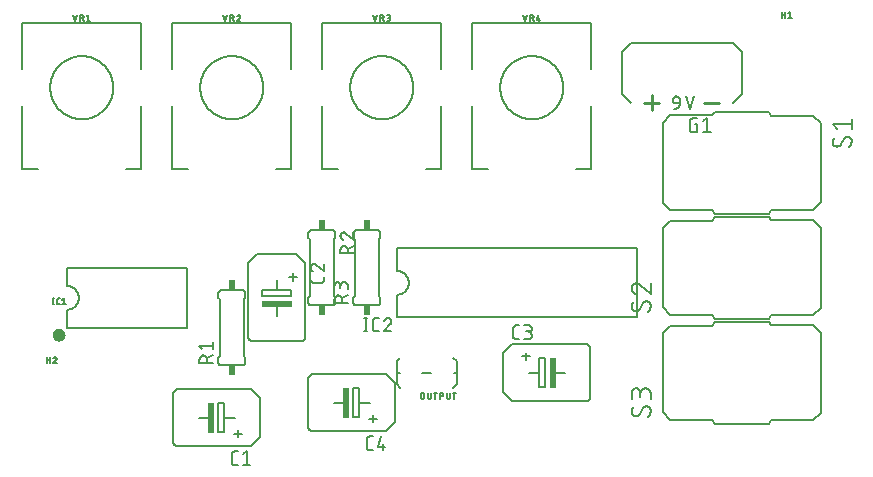
<source format=gbr>
G04 EAGLE Gerber RS-274X export*
G75*
%MOMM*%
%FSLAX34Y34*%
%LPD*%
%INSilkscreen Top*%
%IPPOS*%
%AMOC8*
5,1,8,0,0,1.08239X$1,22.5*%
G01*
%ADD10C,0.152400*%
%ADD11R,0.508000X2.540000*%
%ADD12C,0.127000*%
%ADD13C,0.254000*%
%ADD14C,0.203200*%
%ADD15R,0.609600X0.863600*%
%ADD16R,2.540000X0.508000*%
%ADD17C,0.177800*%

G36*
X70981Y102677D02*
X70981Y102677D01*
X71029Y102691D01*
X71119Y102708D01*
X72126Y103060D01*
X72170Y103085D01*
X72254Y103122D01*
X73157Y103690D01*
X73194Y103724D01*
X73268Y103778D01*
X74022Y104532D01*
X74051Y104574D01*
X74111Y104643D01*
X74678Y105546D01*
X74697Y105593D01*
X74740Y105674D01*
X75092Y106681D01*
X75100Y106731D01*
X75123Y106819D01*
X75243Y107879D01*
X75239Y107929D01*
X75243Y108021D01*
X75123Y109081D01*
X75109Y109129D01*
X75092Y109219D01*
X74740Y110226D01*
X74715Y110270D01*
X74678Y110354D01*
X74111Y111257D01*
X74077Y111294D01*
X74022Y111368D01*
X73268Y112122D01*
X73226Y112151D01*
X73157Y112211D01*
X72254Y112778D01*
X72207Y112797D01*
X72126Y112840D01*
X71119Y113192D01*
X71069Y113200D01*
X70981Y113223D01*
X69921Y113343D01*
X69871Y113339D01*
X69779Y113343D01*
X68719Y113223D01*
X68671Y113209D01*
X68581Y113192D01*
X67574Y112840D01*
X67530Y112815D01*
X67446Y112778D01*
X66543Y112211D01*
X66506Y112177D01*
X66432Y112122D01*
X65678Y111368D01*
X65649Y111326D01*
X65590Y111257D01*
X65022Y110354D01*
X65003Y110307D01*
X64960Y110226D01*
X64608Y109219D01*
X64600Y109169D01*
X64577Y109081D01*
X64457Y108021D01*
X64461Y107971D01*
X64457Y107879D01*
X64577Y106819D01*
X64591Y106771D01*
X64608Y106681D01*
X64960Y105674D01*
X64985Y105630D01*
X65022Y105546D01*
X65590Y104643D01*
X65624Y104606D01*
X65678Y104532D01*
X66432Y103778D01*
X66474Y103749D01*
X66543Y103690D01*
X67446Y103122D01*
X67493Y103103D01*
X67574Y103060D01*
X68581Y102708D01*
X68631Y102700D01*
X68719Y102677D01*
X69779Y102557D01*
X69829Y102561D01*
X69921Y102557D01*
X70981Y102677D01*
G37*
D10*
X170180Y13970D02*
X232410Y13970D01*
X166370Y17780D02*
X166370Y58420D01*
X170180Y62230D02*
X232410Y62230D01*
X240030Y21590D02*
X232410Y13970D01*
X220980Y21336D02*
X220980Y27686D01*
X217678Y24384D02*
X224282Y24384D01*
X218440Y38100D02*
X209550Y38100D01*
X209550Y50292D01*
X204470Y50292D01*
X204470Y25908D01*
X209550Y25908D01*
X209550Y38100D01*
X196850Y38100D02*
X187960Y38100D01*
X232410Y62230D02*
X240030Y54610D01*
X240030Y21590D01*
X170180Y13970D02*
X170058Y13972D01*
X169936Y13978D01*
X169814Y13988D01*
X169693Y14001D01*
X169572Y14019D01*
X169452Y14040D01*
X169332Y14066D01*
X169214Y14095D01*
X169096Y14127D01*
X168979Y14164D01*
X168864Y14204D01*
X168750Y14248D01*
X168638Y14296D01*
X168527Y14347D01*
X168418Y14402D01*
X168310Y14460D01*
X168205Y14522D01*
X168102Y14587D01*
X168000Y14655D01*
X167901Y14727D01*
X167805Y14801D01*
X167710Y14879D01*
X167619Y14960D01*
X167529Y15043D01*
X167443Y15129D01*
X167360Y15219D01*
X167279Y15310D01*
X167201Y15405D01*
X167127Y15501D01*
X167055Y15600D01*
X166987Y15702D01*
X166922Y15805D01*
X166860Y15910D01*
X166802Y16018D01*
X166747Y16127D01*
X166696Y16238D01*
X166648Y16350D01*
X166604Y16464D01*
X166564Y16579D01*
X166527Y16696D01*
X166495Y16814D01*
X166466Y16932D01*
X166440Y17052D01*
X166419Y17172D01*
X166401Y17293D01*
X166388Y17414D01*
X166378Y17536D01*
X166372Y17658D01*
X166370Y17780D01*
X166370Y58420D02*
X166372Y58542D01*
X166378Y58664D01*
X166388Y58786D01*
X166401Y58907D01*
X166419Y59028D01*
X166440Y59148D01*
X166466Y59268D01*
X166495Y59386D01*
X166527Y59504D01*
X166564Y59621D01*
X166604Y59736D01*
X166648Y59850D01*
X166696Y59962D01*
X166747Y60073D01*
X166802Y60182D01*
X166860Y60290D01*
X166922Y60395D01*
X166987Y60498D01*
X167055Y60600D01*
X167127Y60699D01*
X167201Y60795D01*
X167279Y60890D01*
X167360Y60981D01*
X167443Y61071D01*
X167529Y61157D01*
X167619Y61240D01*
X167710Y61321D01*
X167805Y61399D01*
X167901Y61473D01*
X168000Y61545D01*
X168102Y61613D01*
X168205Y61678D01*
X168310Y61740D01*
X168418Y61798D01*
X168527Y61853D01*
X168638Y61904D01*
X168750Y61952D01*
X168864Y61996D01*
X168979Y62036D01*
X169096Y62073D01*
X169214Y62105D01*
X169332Y62134D01*
X169452Y62160D01*
X169572Y62181D01*
X169693Y62199D01*
X169814Y62212D01*
X169936Y62222D01*
X170058Y62228D01*
X170180Y62230D01*
D11*
X198120Y38100D03*
D12*
X218403Y-1905D02*
X220943Y-1905D01*
X218403Y-1905D02*
X218303Y-1903D01*
X218204Y-1897D01*
X218104Y-1887D01*
X218006Y-1874D01*
X217907Y-1856D01*
X217810Y-1835D01*
X217714Y-1810D01*
X217618Y-1781D01*
X217524Y-1748D01*
X217431Y-1712D01*
X217340Y-1672D01*
X217250Y-1628D01*
X217162Y-1581D01*
X217076Y-1531D01*
X216992Y-1477D01*
X216910Y-1420D01*
X216831Y-1360D01*
X216753Y-1296D01*
X216679Y-1230D01*
X216607Y-1161D01*
X216538Y-1089D01*
X216472Y-1015D01*
X216408Y-937D01*
X216348Y-858D01*
X216291Y-776D01*
X216237Y-692D01*
X216187Y-606D01*
X216140Y-518D01*
X216096Y-428D01*
X216056Y-337D01*
X216020Y-244D01*
X215987Y-150D01*
X215958Y-54D01*
X215933Y42D01*
X215912Y139D01*
X215894Y238D01*
X215881Y336D01*
X215871Y436D01*
X215865Y535D01*
X215863Y635D01*
X215863Y6985D01*
X215865Y7085D01*
X215871Y7184D01*
X215881Y7284D01*
X215894Y7382D01*
X215912Y7481D01*
X215933Y7578D01*
X215958Y7674D01*
X215987Y7770D01*
X216020Y7864D01*
X216056Y7957D01*
X216096Y8048D01*
X216140Y8138D01*
X216187Y8226D01*
X216237Y8312D01*
X216291Y8396D01*
X216348Y8478D01*
X216408Y8557D01*
X216472Y8635D01*
X216538Y8709D01*
X216607Y8781D01*
X216679Y8850D01*
X216753Y8916D01*
X216831Y8980D01*
X216910Y9040D01*
X216992Y9097D01*
X217076Y9151D01*
X217162Y9201D01*
X217250Y9248D01*
X217340Y9292D01*
X217431Y9332D01*
X217524Y9368D01*
X217618Y9401D01*
X217714Y9430D01*
X217810Y9455D01*
X217907Y9476D01*
X218006Y9494D01*
X218104Y9507D01*
X218204Y9517D01*
X218303Y9523D01*
X218403Y9525D01*
X220943Y9525D01*
X225425Y6985D02*
X228600Y9525D01*
X228600Y-1905D01*
X225425Y-1905D02*
X231775Y-1905D01*
D13*
X615950Y304800D02*
X628650Y304800D01*
X577850Y304800D02*
X565150Y304800D01*
X571500Y311150D02*
X571500Y298450D01*
D10*
X553720Y304800D02*
X546100Y312420D01*
X546100Y347980D01*
X553720Y355600D01*
X640080Y355600D01*
X647700Y347980D01*
X647700Y312420D01*
X640080Y304800D01*
D14*
X595291Y304207D02*
X591735Y304207D01*
X591640Y304209D01*
X591544Y304215D01*
X591449Y304224D01*
X591355Y304238D01*
X591261Y304255D01*
X591168Y304276D01*
X591075Y304301D01*
X590984Y304329D01*
X590894Y304361D01*
X590806Y304397D01*
X590719Y304436D01*
X590633Y304479D01*
X590550Y304525D01*
X590468Y304574D01*
X590388Y304627D01*
X590311Y304683D01*
X590235Y304741D01*
X590163Y304803D01*
X590093Y304868D01*
X590025Y304936D01*
X589960Y305006D01*
X589898Y305078D01*
X589840Y305154D01*
X589784Y305231D01*
X589731Y305311D01*
X589682Y305393D01*
X589636Y305476D01*
X589593Y305562D01*
X589554Y305649D01*
X589518Y305737D01*
X589486Y305827D01*
X589458Y305918D01*
X589433Y306011D01*
X589412Y306104D01*
X589395Y306198D01*
X589381Y306292D01*
X589372Y306387D01*
X589366Y306483D01*
X589364Y306578D01*
X589365Y306578D02*
X589365Y307171D01*
X589367Y307278D01*
X589373Y307385D01*
X589382Y307491D01*
X589396Y307597D01*
X589413Y307703D01*
X589434Y307808D01*
X589459Y307912D01*
X589488Y308015D01*
X589520Y308117D01*
X589556Y308218D01*
X589596Y308317D01*
X589639Y308415D01*
X589686Y308511D01*
X589736Y308606D01*
X589789Y308699D01*
X589846Y308789D01*
X589906Y308878D01*
X589969Y308964D01*
X590035Y309048D01*
X590105Y309130D01*
X590177Y309209D01*
X590252Y309285D01*
X590330Y309359D01*
X590410Y309429D01*
X590493Y309497D01*
X590578Y309562D01*
X590665Y309623D01*
X590755Y309682D01*
X590847Y309737D01*
X590940Y309789D01*
X591036Y309837D01*
X591133Y309882D01*
X591231Y309924D01*
X591331Y309961D01*
X591433Y309996D01*
X591535Y310026D01*
X591639Y310053D01*
X591743Y310076D01*
X591849Y310095D01*
X591955Y310110D01*
X592061Y310122D01*
X592168Y310130D01*
X592275Y310134D01*
X592381Y310134D01*
X592488Y310130D01*
X592595Y310122D01*
X592701Y310110D01*
X592807Y310095D01*
X592913Y310076D01*
X593017Y310053D01*
X593121Y310026D01*
X593223Y309996D01*
X593325Y309961D01*
X593425Y309924D01*
X593523Y309882D01*
X593620Y309837D01*
X593716Y309789D01*
X593810Y309737D01*
X593901Y309682D01*
X593991Y309623D01*
X594078Y309562D01*
X594163Y309497D01*
X594246Y309429D01*
X594326Y309359D01*
X594404Y309285D01*
X594479Y309209D01*
X594551Y309130D01*
X594621Y309048D01*
X594687Y308964D01*
X594750Y308878D01*
X594810Y308789D01*
X594867Y308699D01*
X594920Y308606D01*
X594970Y308511D01*
X595017Y308415D01*
X595060Y308317D01*
X595100Y308218D01*
X595136Y308117D01*
X595168Y308015D01*
X595197Y307912D01*
X595222Y307808D01*
X595243Y307703D01*
X595260Y307597D01*
X595274Y307491D01*
X595283Y307385D01*
X595289Y307278D01*
X595291Y307171D01*
X595291Y304207D01*
X595289Y304072D01*
X595283Y303936D01*
X595274Y303801D01*
X595260Y303667D01*
X595243Y303532D01*
X595222Y303399D01*
X595197Y303265D01*
X595168Y303133D01*
X595135Y303002D01*
X595099Y302871D01*
X595059Y302742D01*
X595015Y302614D01*
X594968Y302487D01*
X594917Y302361D01*
X594863Y302238D01*
X594805Y302115D01*
X594743Y301995D01*
X594678Y301876D01*
X594610Y301759D01*
X594538Y301644D01*
X594464Y301531D01*
X594386Y301420D01*
X594304Y301312D01*
X594220Y301206D01*
X594133Y301102D01*
X594043Y301001D01*
X593950Y300903D01*
X593854Y300807D01*
X593756Y300714D01*
X593655Y300624D01*
X593551Y300537D01*
X593445Y300453D01*
X593337Y300371D01*
X593226Y300293D01*
X593113Y300219D01*
X592998Y300147D01*
X592881Y300079D01*
X592762Y300014D01*
X592642Y299952D01*
X592519Y299894D01*
X592396Y299840D01*
X592270Y299789D01*
X592143Y299742D01*
X592015Y299698D01*
X591886Y299658D01*
X591755Y299622D01*
X591624Y299589D01*
X591492Y299560D01*
X591358Y299535D01*
X591225Y299514D01*
X591090Y299497D01*
X590956Y299483D01*
X590821Y299474D01*
X590685Y299468D01*
X590550Y299466D01*
X603758Y299466D02*
X600202Y310134D01*
X607314Y310134D02*
X603758Y299466D01*
D12*
X607949Y286385D02*
X609854Y286385D01*
X609854Y280035D01*
X606044Y280035D01*
X605944Y280037D01*
X605845Y280043D01*
X605745Y280053D01*
X605647Y280066D01*
X605548Y280084D01*
X605451Y280105D01*
X605355Y280130D01*
X605259Y280159D01*
X605165Y280192D01*
X605072Y280228D01*
X604981Y280268D01*
X604891Y280312D01*
X604803Y280359D01*
X604717Y280409D01*
X604633Y280463D01*
X604551Y280520D01*
X604472Y280580D01*
X604394Y280644D01*
X604320Y280710D01*
X604248Y280779D01*
X604179Y280851D01*
X604113Y280925D01*
X604049Y281003D01*
X603989Y281082D01*
X603932Y281164D01*
X603878Y281248D01*
X603828Y281334D01*
X603781Y281422D01*
X603737Y281512D01*
X603697Y281603D01*
X603661Y281696D01*
X603628Y281790D01*
X603599Y281886D01*
X603574Y281982D01*
X603553Y282079D01*
X603535Y282178D01*
X603522Y282276D01*
X603512Y282376D01*
X603506Y282475D01*
X603504Y282575D01*
X603504Y288925D01*
X603506Y289025D01*
X603512Y289124D01*
X603522Y289224D01*
X603535Y289322D01*
X603553Y289421D01*
X603574Y289518D01*
X603599Y289614D01*
X603628Y289710D01*
X603661Y289804D01*
X603697Y289897D01*
X603737Y289988D01*
X603781Y290078D01*
X603828Y290166D01*
X603878Y290252D01*
X603932Y290336D01*
X603989Y290418D01*
X604049Y290497D01*
X604113Y290575D01*
X604179Y290649D01*
X604248Y290721D01*
X604320Y290790D01*
X604394Y290856D01*
X604472Y290920D01*
X604551Y290980D01*
X604633Y291037D01*
X604717Y291091D01*
X604803Y291141D01*
X604891Y291188D01*
X604981Y291232D01*
X605072Y291272D01*
X605165Y291308D01*
X605259Y291341D01*
X605355Y291370D01*
X605451Y291395D01*
X605548Y291416D01*
X605647Y291434D01*
X605745Y291447D01*
X605845Y291457D01*
X605944Y291463D01*
X606044Y291465D01*
X609854Y291465D01*
X615315Y288925D02*
X618490Y291465D01*
X618490Y280035D01*
X615315Y280035D02*
X621665Y280035D01*
D14*
X177800Y165100D02*
X76200Y165100D01*
X76200Y114300D02*
X177800Y114300D01*
X177800Y165100D01*
X76200Y165100D02*
X76200Y149860D01*
X76200Y129540D02*
X76200Y114300D01*
X76200Y129540D02*
X76447Y129543D01*
X76695Y129552D01*
X76942Y129567D01*
X77188Y129588D01*
X77434Y129615D01*
X77679Y129648D01*
X77924Y129687D01*
X78167Y129732D01*
X78409Y129783D01*
X78650Y129840D01*
X78889Y129902D01*
X79127Y129971D01*
X79363Y130045D01*
X79597Y130125D01*
X79829Y130210D01*
X80059Y130302D01*
X80287Y130398D01*
X80512Y130501D01*
X80735Y130608D01*
X80955Y130722D01*
X81172Y130840D01*
X81387Y130964D01*
X81598Y131093D01*
X81806Y131227D01*
X82011Y131366D01*
X82212Y131510D01*
X82410Y131658D01*
X82604Y131812D01*
X82794Y131970D01*
X82980Y132133D01*
X83162Y132300D01*
X83340Y132472D01*
X83514Y132648D01*
X83684Y132828D01*
X83849Y133013D01*
X84009Y133201D01*
X84165Y133393D01*
X84317Y133589D01*
X84463Y133788D01*
X84605Y133991D01*
X84741Y134198D01*
X84873Y134407D01*
X84999Y134620D01*
X85120Y134836D01*
X85236Y135054D01*
X85346Y135276D01*
X85451Y135500D01*
X85551Y135726D01*
X85645Y135955D01*
X85733Y136186D01*
X85816Y136420D01*
X85893Y136655D01*
X85964Y136892D01*
X86030Y137130D01*
X86089Y137370D01*
X86143Y137612D01*
X86191Y137855D01*
X86233Y138098D01*
X86269Y138343D01*
X86299Y138589D01*
X86323Y138835D01*
X86341Y139082D01*
X86353Y139329D01*
X86359Y139576D01*
X86359Y139824D01*
X86353Y140071D01*
X86341Y140318D01*
X86323Y140565D01*
X86299Y140811D01*
X86269Y141057D01*
X86233Y141302D01*
X86191Y141545D01*
X86143Y141788D01*
X86089Y142030D01*
X86030Y142270D01*
X85964Y142508D01*
X85893Y142745D01*
X85816Y142980D01*
X85733Y143214D01*
X85645Y143445D01*
X85551Y143674D01*
X85451Y143900D01*
X85346Y144124D01*
X85236Y144346D01*
X85120Y144564D01*
X84999Y144780D01*
X84873Y144993D01*
X84741Y145202D01*
X84605Y145409D01*
X84463Y145612D01*
X84317Y145811D01*
X84165Y146007D01*
X84009Y146199D01*
X83849Y146387D01*
X83684Y146572D01*
X83514Y146752D01*
X83340Y146928D01*
X83162Y147100D01*
X82980Y147267D01*
X82794Y147430D01*
X82604Y147588D01*
X82410Y147742D01*
X82212Y147890D01*
X82011Y148034D01*
X81806Y148173D01*
X81598Y148307D01*
X81387Y148436D01*
X81172Y148560D01*
X80955Y148678D01*
X80735Y148792D01*
X80512Y148899D01*
X80287Y149002D01*
X80059Y149098D01*
X79829Y149190D01*
X79597Y149275D01*
X79363Y149355D01*
X79127Y149429D01*
X78889Y149498D01*
X78650Y149560D01*
X78409Y149617D01*
X78167Y149668D01*
X77924Y149713D01*
X77679Y149752D01*
X77434Y149785D01*
X77188Y149812D01*
X76942Y149833D01*
X76695Y149848D01*
X76447Y149857D01*
X76200Y149860D01*
D12*
X64967Y139065D02*
X64967Y134239D01*
X64431Y134239D02*
X65504Y134239D01*
X65504Y139065D02*
X64431Y139065D01*
X69060Y134239D02*
X70132Y134239D01*
X69060Y134239D02*
X68995Y134241D01*
X68931Y134247D01*
X68867Y134257D01*
X68803Y134270D01*
X68741Y134288D01*
X68680Y134309D01*
X68620Y134333D01*
X68562Y134362D01*
X68505Y134394D01*
X68451Y134429D01*
X68399Y134467D01*
X68349Y134509D01*
X68302Y134553D01*
X68258Y134600D01*
X68216Y134650D01*
X68178Y134702D01*
X68143Y134756D01*
X68111Y134813D01*
X68082Y134871D01*
X68058Y134931D01*
X68037Y134992D01*
X68019Y135054D01*
X68006Y135118D01*
X67996Y135182D01*
X67990Y135246D01*
X67988Y135311D01*
X67987Y135311D02*
X67987Y137993D01*
X67988Y137993D02*
X67990Y138058D01*
X67996Y138122D01*
X68006Y138186D01*
X68019Y138250D01*
X68037Y138312D01*
X68058Y138373D01*
X68082Y138433D01*
X68111Y138491D01*
X68143Y138548D01*
X68178Y138602D01*
X68216Y138654D01*
X68258Y138704D01*
X68302Y138751D01*
X68349Y138795D01*
X68399Y138837D01*
X68451Y138875D01*
X68505Y138910D01*
X68562Y138942D01*
X68620Y138971D01*
X68680Y138995D01*
X68741Y139016D01*
X68803Y139034D01*
X68867Y139047D01*
X68931Y139057D01*
X68995Y139063D01*
X69060Y139065D01*
X70132Y139065D01*
X72588Y137993D02*
X73928Y139065D01*
X73928Y134239D01*
X72588Y134239D02*
X75269Y134239D01*
D10*
X355600Y181610D02*
X558800Y181610D01*
X558800Y123190D02*
X355600Y123190D01*
X558800Y123190D02*
X558800Y181610D01*
X355600Y181610D02*
X355600Y162560D01*
X355600Y142240D02*
X355600Y123190D01*
X355600Y142240D02*
X355847Y142243D01*
X356095Y142252D01*
X356342Y142267D01*
X356588Y142288D01*
X356834Y142315D01*
X357079Y142348D01*
X357324Y142387D01*
X357567Y142432D01*
X357809Y142483D01*
X358050Y142540D01*
X358289Y142602D01*
X358527Y142671D01*
X358763Y142745D01*
X358997Y142825D01*
X359229Y142910D01*
X359459Y143002D01*
X359687Y143098D01*
X359912Y143201D01*
X360135Y143308D01*
X360355Y143422D01*
X360572Y143540D01*
X360787Y143664D01*
X360998Y143793D01*
X361206Y143927D01*
X361411Y144066D01*
X361612Y144210D01*
X361810Y144358D01*
X362004Y144512D01*
X362194Y144670D01*
X362380Y144833D01*
X362562Y145000D01*
X362740Y145172D01*
X362914Y145348D01*
X363084Y145528D01*
X363249Y145713D01*
X363409Y145901D01*
X363565Y146093D01*
X363717Y146289D01*
X363863Y146488D01*
X364005Y146691D01*
X364141Y146898D01*
X364273Y147107D01*
X364399Y147320D01*
X364520Y147536D01*
X364636Y147754D01*
X364746Y147976D01*
X364851Y148200D01*
X364951Y148426D01*
X365045Y148655D01*
X365133Y148886D01*
X365216Y149120D01*
X365293Y149355D01*
X365364Y149592D01*
X365430Y149830D01*
X365489Y150070D01*
X365543Y150312D01*
X365591Y150555D01*
X365633Y150798D01*
X365669Y151043D01*
X365699Y151289D01*
X365723Y151535D01*
X365741Y151782D01*
X365753Y152029D01*
X365759Y152276D01*
X365759Y152524D01*
X365753Y152771D01*
X365741Y153018D01*
X365723Y153265D01*
X365699Y153511D01*
X365669Y153757D01*
X365633Y154002D01*
X365591Y154245D01*
X365543Y154488D01*
X365489Y154730D01*
X365430Y154970D01*
X365364Y155208D01*
X365293Y155445D01*
X365216Y155680D01*
X365133Y155914D01*
X365045Y156145D01*
X364951Y156374D01*
X364851Y156600D01*
X364746Y156824D01*
X364636Y157046D01*
X364520Y157264D01*
X364399Y157480D01*
X364273Y157693D01*
X364141Y157902D01*
X364005Y158109D01*
X363863Y158312D01*
X363717Y158511D01*
X363565Y158707D01*
X363409Y158899D01*
X363249Y159087D01*
X363084Y159272D01*
X362914Y159452D01*
X362740Y159628D01*
X362562Y159800D01*
X362380Y159967D01*
X362194Y160130D01*
X362004Y160288D01*
X361810Y160442D01*
X361612Y160590D01*
X361411Y160734D01*
X361206Y160873D01*
X360998Y161007D01*
X360787Y161136D01*
X360572Y161260D01*
X360355Y161378D01*
X360135Y161492D01*
X359912Y161599D01*
X359687Y161702D01*
X359459Y161798D01*
X359229Y161890D01*
X358997Y161975D01*
X358763Y162055D01*
X358527Y162129D01*
X358289Y162198D01*
X358050Y162260D01*
X357809Y162317D01*
X357567Y162368D01*
X357324Y162413D01*
X357079Y162452D01*
X356834Y162485D01*
X356588Y162512D01*
X356342Y162533D01*
X356095Y162548D01*
X355847Y162557D01*
X355600Y162560D01*
D12*
X329311Y122555D02*
X329311Y111125D01*
X328041Y111125D02*
X330581Y111125D01*
X330581Y122555D02*
X328041Y122555D01*
X337783Y111125D02*
X340323Y111125D01*
X337783Y111125D02*
X337683Y111127D01*
X337584Y111133D01*
X337484Y111143D01*
X337386Y111156D01*
X337287Y111174D01*
X337190Y111195D01*
X337094Y111220D01*
X336998Y111249D01*
X336904Y111282D01*
X336811Y111318D01*
X336720Y111358D01*
X336630Y111402D01*
X336542Y111449D01*
X336456Y111499D01*
X336372Y111553D01*
X336290Y111610D01*
X336211Y111670D01*
X336133Y111734D01*
X336059Y111800D01*
X335987Y111869D01*
X335918Y111941D01*
X335852Y112015D01*
X335788Y112093D01*
X335728Y112172D01*
X335671Y112254D01*
X335617Y112338D01*
X335567Y112424D01*
X335520Y112512D01*
X335476Y112602D01*
X335436Y112693D01*
X335400Y112786D01*
X335367Y112880D01*
X335338Y112976D01*
X335313Y113072D01*
X335292Y113169D01*
X335274Y113268D01*
X335261Y113366D01*
X335251Y113466D01*
X335245Y113565D01*
X335243Y113665D01*
X335243Y120015D01*
X335245Y120115D01*
X335251Y120214D01*
X335261Y120314D01*
X335274Y120412D01*
X335292Y120511D01*
X335313Y120608D01*
X335338Y120704D01*
X335367Y120800D01*
X335400Y120894D01*
X335436Y120987D01*
X335476Y121078D01*
X335520Y121168D01*
X335567Y121256D01*
X335617Y121342D01*
X335671Y121426D01*
X335728Y121508D01*
X335788Y121587D01*
X335852Y121665D01*
X335918Y121739D01*
X335987Y121811D01*
X336059Y121880D01*
X336133Y121946D01*
X336211Y122010D01*
X336290Y122070D01*
X336372Y122127D01*
X336456Y122181D01*
X336542Y122231D01*
X336630Y122278D01*
X336720Y122322D01*
X336811Y122362D01*
X336904Y122398D01*
X336998Y122431D01*
X337094Y122460D01*
X337190Y122485D01*
X337287Y122506D01*
X337386Y122524D01*
X337484Y122537D01*
X337584Y122547D01*
X337683Y122553D01*
X337783Y122555D01*
X340323Y122555D01*
X348298Y122556D02*
X348402Y122554D01*
X348507Y122548D01*
X348611Y122539D01*
X348714Y122526D01*
X348817Y122508D01*
X348919Y122488D01*
X349021Y122463D01*
X349121Y122435D01*
X349221Y122403D01*
X349319Y122367D01*
X349416Y122328D01*
X349511Y122286D01*
X349605Y122240D01*
X349697Y122190D01*
X349787Y122138D01*
X349875Y122082D01*
X349961Y122022D01*
X350045Y121960D01*
X350126Y121895D01*
X350205Y121827D01*
X350282Y121755D01*
X350355Y121682D01*
X350427Y121605D01*
X350495Y121526D01*
X350560Y121445D01*
X350622Y121361D01*
X350682Y121275D01*
X350738Y121187D01*
X350790Y121097D01*
X350840Y121005D01*
X350886Y120911D01*
X350928Y120816D01*
X350967Y120719D01*
X351003Y120621D01*
X351035Y120521D01*
X351063Y120421D01*
X351088Y120319D01*
X351108Y120217D01*
X351126Y120114D01*
X351139Y120011D01*
X351148Y119907D01*
X351154Y119802D01*
X351156Y119698D01*
X348298Y122555D02*
X348180Y122553D01*
X348061Y122547D01*
X347943Y122538D01*
X347826Y122525D01*
X347709Y122507D01*
X347592Y122487D01*
X347476Y122462D01*
X347361Y122434D01*
X347248Y122401D01*
X347135Y122366D01*
X347023Y122326D01*
X346913Y122284D01*
X346804Y122237D01*
X346696Y122187D01*
X346591Y122134D01*
X346487Y122077D01*
X346385Y122017D01*
X346285Y121954D01*
X346187Y121887D01*
X346091Y121818D01*
X345998Y121745D01*
X345907Y121669D01*
X345818Y121591D01*
X345732Y121509D01*
X345649Y121425D01*
X345568Y121339D01*
X345491Y121249D01*
X345416Y121158D01*
X345344Y121064D01*
X345275Y120967D01*
X345210Y120869D01*
X345147Y120768D01*
X345088Y120665D01*
X345032Y120561D01*
X344980Y120455D01*
X344931Y120347D01*
X344886Y120238D01*
X344844Y120127D01*
X344806Y120015D01*
X350203Y117476D02*
X350279Y117551D01*
X350354Y117630D01*
X350425Y117711D01*
X350494Y117795D01*
X350559Y117881D01*
X350621Y117969D01*
X350681Y118059D01*
X350737Y118151D01*
X350790Y118246D01*
X350839Y118342D01*
X350885Y118440D01*
X350928Y118539D01*
X350967Y118640D01*
X351002Y118742D01*
X351034Y118845D01*
X351062Y118949D01*
X351087Y119054D01*
X351108Y119161D01*
X351125Y119267D01*
X351138Y119374D01*
X351147Y119482D01*
X351153Y119590D01*
X351155Y119698D01*
X350203Y117475D02*
X344805Y111125D01*
X351155Y111125D01*
D14*
X377190Y76200D02*
X384810Y76200D01*
X403860Y76200D02*
X406400Y76200D01*
X406400Y66294D01*
X403606Y63500D01*
X406400Y76200D02*
X406400Y86106D01*
X403606Y88900D01*
X358140Y76200D02*
X355600Y76200D01*
X355600Y86106D01*
X358394Y88900D01*
X355600Y76200D02*
X355600Y66294D01*
X358394Y63500D01*
D12*
X376018Y57714D02*
X376018Y55570D01*
X376017Y57714D02*
X376019Y57785D01*
X376025Y57857D01*
X376034Y57927D01*
X376047Y57997D01*
X376064Y58067D01*
X376085Y58135D01*
X376109Y58202D01*
X376137Y58268D01*
X376168Y58332D01*
X376203Y58395D01*
X376241Y58455D01*
X376282Y58514D01*
X376326Y58570D01*
X376373Y58624D01*
X376422Y58675D01*
X376475Y58723D01*
X376530Y58769D01*
X376587Y58811D01*
X376647Y58851D01*
X376708Y58887D01*
X376772Y58920D01*
X376837Y58949D01*
X376903Y58975D01*
X376971Y58998D01*
X377040Y59017D01*
X377110Y59032D01*
X377180Y59043D01*
X377251Y59051D01*
X377322Y59055D01*
X377394Y59055D01*
X377465Y59051D01*
X377536Y59043D01*
X377606Y59032D01*
X377676Y59017D01*
X377745Y58998D01*
X377813Y58975D01*
X377879Y58949D01*
X377944Y58920D01*
X378008Y58887D01*
X378069Y58851D01*
X378129Y58811D01*
X378186Y58769D01*
X378241Y58723D01*
X378294Y58675D01*
X378343Y58624D01*
X378390Y58570D01*
X378434Y58514D01*
X378475Y58455D01*
X378513Y58395D01*
X378548Y58332D01*
X378579Y58268D01*
X378607Y58202D01*
X378631Y58135D01*
X378652Y58067D01*
X378669Y57997D01*
X378682Y57927D01*
X378691Y57857D01*
X378697Y57785D01*
X378699Y57714D01*
X378699Y55570D01*
X378697Y55499D01*
X378691Y55427D01*
X378682Y55357D01*
X378669Y55287D01*
X378652Y55217D01*
X378631Y55149D01*
X378607Y55082D01*
X378579Y55016D01*
X378548Y54952D01*
X378513Y54889D01*
X378475Y54829D01*
X378434Y54770D01*
X378390Y54714D01*
X378343Y54660D01*
X378294Y54609D01*
X378241Y54561D01*
X378186Y54515D01*
X378129Y54473D01*
X378069Y54433D01*
X378008Y54397D01*
X377944Y54364D01*
X377879Y54335D01*
X377813Y54309D01*
X377745Y54286D01*
X377676Y54267D01*
X377606Y54252D01*
X377536Y54241D01*
X377465Y54233D01*
X377394Y54229D01*
X377322Y54229D01*
X377251Y54233D01*
X377180Y54241D01*
X377110Y54252D01*
X377040Y54267D01*
X376971Y54286D01*
X376903Y54309D01*
X376837Y54335D01*
X376772Y54364D01*
X376708Y54397D01*
X376647Y54433D01*
X376587Y54473D01*
X376530Y54515D01*
X376475Y54561D01*
X376422Y54609D01*
X376373Y54660D01*
X376326Y54714D01*
X376282Y54770D01*
X376241Y54829D01*
X376203Y54889D01*
X376168Y54952D01*
X376137Y55016D01*
X376109Y55082D01*
X376085Y55149D01*
X376064Y55217D01*
X376047Y55287D01*
X376034Y55357D01*
X376025Y55427D01*
X376019Y55499D01*
X376017Y55570D01*
X381687Y55570D02*
X381687Y59055D01*
X381687Y55570D02*
X381689Y55499D01*
X381695Y55427D01*
X381704Y55357D01*
X381717Y55287D01*
X381734Y55217D01*
X381755Y55149D01*
X381779Y55082D01*
X381807Y55016D01*
X381838Y54952D01*
X381873Y54889D01*
X381911Y54829D01*
X381952Y54770D01*
X381996Y54714D01*
X382043Y54660D01*
X382092Y54609D01*
X382145Y54561D01*
X382200Y54515D01*
X382257Y54473D01*
X382317Y54433D01*
X382378Y54397D01*
X382442Y54364D01*
X382507Y54335D01*
X382573Y54309D01*
X382641Y54286D01*
X382710Y54267D01*
X382780Y54252D01*
X382850Y54241D01*
X382921Y54233D01*
X382992Y54229D01*
X383064Y54229D01*
X383135Y54233D01*
X383206Y54241D01*
X383276Y54252D01*
X383346Y54267D01*
X383415Y54286D01*
X383483Y54309D01*
X383549Y54335D01*
X383614Y54364D01*
X383678Y54397D01*
X383739Y54433D01*
X383799Y54473D01*
X383856Y54515D01*
X383911Y54561D01*
X383964Y54609D01*
X384013Y54660D01*
X384060Y54714D01*
X384104Y54770D01*
X384145Y54829D01*
X384183Y54889D01*
X384218Y54952D01*
X384249Y55016D01*
X384277Y55082D01*
X384301Y55149D01*
X384322Y55217D01*
X384339Y55287D01*
X384352Y55357D01*
X384361Y55427D01*
X384367Y55499D01*
X384369Y55570D01*
X384368Y55570D02*
X384368Y59055D01*
X388331Y59055D02*
X388331Y54229D01*
X386991Y59055D02*
X389672Y59055D01*
X392441Y59055D02*
X392441Y54229D01*
X392441Y59055D02*
X393781Y59055D01*
X393852Y59053D01*
X393924Y59047D01*
X393994Y59038D01*
X394064Y59025D01*
X394134Y59008D01*
X394202Y58987D01*
X394269Y58963D01*
X394335Y58935D01*
X394399Y58904D01*
X394462Y58869D01*
X394522Y58831D01*
X394581Y58790D01*
X394637Y58746D01*
X394691Y58699D01*
X394742Y58650D01*
X394790Y58597D01*
X394836Y58542D01*
X394878Y58485D01*
X394918Y58425D01*
X394954Y58364D01*
X394987Y58300D01*
X395016Y58235D01*
X395042Y58169D01*
X395065Y58101D01*
X395084Y58032D01*
X395099Y57962D01*
X395110Y57892D01*
X395118Y57821D01*
X395122Y57750D01*
X395122Y57678D01*
X395118Y57607D01*
X395110Y57536D01*
X395099Y57466D01*
X395084Y57396D01*
X395065Y57327D01*
X395042Y57259D01*
X395016Y57193D01*
X394987Y57128D01*
X394954Y57064D01*
X394918Y57003D01*
X394878Y56943D01*
X394836Y56886D01*
X394790Y56831D01*
X394742Y56778D01*
X394691Y56729D01*
X394637Y56682D01*
X394581Y56638D01*
X394522Y56597D01*
X394462Y56559D01*
X394399Y56524D01*
X394335Y56493D01*
X394269Y56465D01*
X394202Y56441D01*
X394134Y56420D01*
X394064Y56403D01*
X393994Y56390D01*
X393924Y56381D01*
X393852Y56375D01*
X393781Y56373D01*
X393781Y56374D02*
X392441Y56374D01*
X397780Y55570D02*
X397780Y59055D01*
X397780Y55570D02*
X397782Y55499D01*
X397788Y55427D01*
X397797Y55357D01*
X397810Y55287D01*
X397827Y55217D01*
X397848Y55149D01*
X397872Y55082D01*
X397900Y55016D01*
X397931Y54952D01*
X397966Y54889D01*
X398004Y54829D01*
X398045Y54770D01*
X398089Y54714D01*
X398136Y54660D01*
X398185Y54609D01*
X398238Y54561D01*
X398293Y54515D01*
X398350Y54473D01*
X398410Y54433D01*
X398471Y54397D01*
X398535Y54364D01*
X398600Y54335D01*
X398666Y54309D01*
X398734Y54286D01*
X398803Y54267D01*
X398873Y54252D01*
X398943Y54241D01*
X399014Y54233D01*
X399085Y54229D01*
X399157Y54229D01*
X399228Y54233D01*
X399299Y54241D01*
X399369Y54252D01*
X399439Y54267D01*
X399508Y54286D01*
X399576Y54309D01*
X399642Y54335D01*
X399707Y54364D01*
X399771Y54397D01*
X399832Y54433D01*
X399892Y54473D01*
X399949Y54515D01*
X400004Y54561D01*
X400057Y54609D01*
X400106Y54660D01*
X400153Y54714D01*
X400197Y54770D01*
X400238Y54829D01*
X400276Y54889D01*
X400311Y54952D01*
X400342Y55016D01*
X400370Y55082D01*
X400394Y55149D01*
X400415Y55217D01*
X400432Y55287D01*
X400445Y55357D01*
X400454Y55427D01*
X400460Y55499D01*
X400462Y55570D01*
X400462Y59055D01*
X404424Y59055D02*
X404424Y54229D01*
X403084Y59055D02*
X405765Y59055D01*
D10*
X207010Y82550D02*
X206910Y82552D01*
X206811Y82558D01*
X206711Y82568D01*
X206613Y82581D01*
X206514Y82599D01*
X206417Y82620D01*
X206321Y82645D01*
X206225Y82674D01*
X206131Y82707D01*
X206038Y82743D01*
X205947Y82783D01*
X205857Y82827D01*
X205769Y82874D01*
X205683Y82924D01*
X205599Y82978D01*
X205517Y83035D01*
X205438Y83095D01*
X205360Y83159D01*
X205286Y83225D01*
X205214Y83294D01*
X205145Y83366D01*
X205079Y83440D01*
X205015Y83518D01*
X204955Y83597D01*
X204898Y83679D01*
X204844Y83763D01*
X204794Y83849D01*
X204747Y83937D01*
X204703Y84027D01*
X204663Y84118D01*
X204627Y84211D01*
X204594Y84305D01*
X204565Y84401D01*
X204540Y84497D01*
X204519Y84594D01*
X204501Y84693D01*
X204488Y84791D01*
X204478Y84891D01*
X204472Y84990D01*
X204470Y85090D01*
X224790Y82550D02*
X224890Y82552D01*
X224989Y82558D01*
X225089Y82568D01*
X225187Y82581D01*
X225286Y82599D01*
X225383Y82620D01*
X225479Y82645D01*
X225575Y82674D01*
X225669Y82707D01*
X225762Y82743D01*
X225853Y82783D01*
X225943Y82827D01*
X226031Y82874D01*
X226117Y82924D01*
X226201Y82978D01*
X226283Y83035D01*
X226362Y83095D01*
X226440Y83159D01*
X226514Y83225D01*
X226586Y83294D01*
X226655Y83366D01*
X226721Y83440D01*
X226785Y83518D01*
X226845Y83597D01*
X226902Y83679D01*
X226956Y83763D01*
X227006Y83849D01*
X227053Y83937D01*
X227097Y84027D01*
X227137Y84118D01*
X227173Y84211D01*
X227206Y84305D01*
X227235Y84401D01*
X227260Y84497D01*
X227281Y84594D01*
X227299Y84693D01*
X227312Y84791D01*
X227322Y84891D01*
X227328Y84990D01*
X227330Y85090D01*
X227330Y143510D02*
X227328Y143610D01*
X227322Y143709D01*
X227312Y143809D01*
X227299Y143907D01*
X227281Y144006D01*
X227260Y144103D01*
X227235Y144199D01*
X227206Y144295D01*
X227173Y144389D01*
X227137Y144482D01*
X227097Y144573D01*
X227053Y144663D01*
X227006Y144751D01*
X226956Y144837D01*
X226902Y144921D01*
X226845Y145003D01*
X226785Y145082D01*
X226721Y145160D01*
X226655Y145234D01*
X226586Y145306D01*
X226514Y145375D01*
X226440Y145441D01*
X226362Y145505D01*
X226283Y145565D01*
X226201Y145622D01*
X226117Y145676D01*
X226031Y145726D01*
X225943Y145773D01*
X225853Y145817D01*
X225762Y145857D01*
X225669Y145893D01*
X225575Y145926D01*
X225479Y145955D01*
X225383Y145980D01*
X225286Y146001D01*
X225187Y146019D01*
X225089Y146032D01*
X224989Y146042D01*
X224890Y146048D01*
X224790Y146050D01*
X207010Y146050D02*
X206910Y146048D01*
X206811Y146042D01*
X206711Y146032D01*
X206613Y146019D01*
X206514Y146001D01*
X206417Y145980D01*
X206321Y145955D01*
X206225Y145926D01*
X206131Y145893D01*
X206038Y145857D01*
X205947Y145817D01*
X205857Y145773D01*
X205769Y145726D01*
X205683Y145676D01*
X205599Y145622D01*
X205517Y145565D01*
X205438Y145505D01*
X205360Y145441D01*
X205286Y145375D01*
X205214Y145306D01*
X205145Y145234D01*
X205079Y145160D01*
X205015Y145082D01*
X204955Y145003D01*
X204898Y144921D01*
X204844Y144837D01*
X204794Y144751D01*
X204747Y144663D01*
X204703Y144573D01*
X204663Y144482D01*
X204627Y144389D01*
X204594Y144295D01*
X204565Y144199D01*
X204540Y144103D01*
X204519Y144006D01*
X204501Y143907D01*
X204488Y143809D01*
X204478Y143709D01*
X204472Y143610D01*
X204470Y143510D01*
X207010Y82550D02*
X224790Y82550D01*
X204470Y85090D02*
X204470Y88900D01*
X205740Y90170D01*
X227330Y88900D02*
X227330Y85090D01*
X227330Y88900D02*
X226060Y90170D01*
X205740Y138430D02*
X204470Y139700D01*
X205740Y138430D02*
X205740Y90170D01*
X226060Y138430D02*
X227330Y139700D01*
X226060Y138430D02*
X226060Y90170D01*
X204470Y139700D02*
X204470Y143510D01*
X227330Y143510D02*
X227330Y139700D01*
X224790Y146050D02*
X207010Y146050D01*
D15*
X215900Y150368D03*
X215900Y78232D03*
D12*
X200025Y84455D02*
X188595Y84455D01*
X188595Y87630D01*
X188597Y87741D01*
X188603Y87851D01*
X188612Y87962D01*
X188626Y88072D01*
X188643Y88181D01*
X188664Y88290D01*
X188689Y88398D01*
X188718Y88505D01*
X188750Y88611D01*
X188786Y88716D01*
X188826Y88819D01*
X188869Y88921D01*
X188916Y89022D01*
X188967Y89121D01*
X189020Y89217D01*
X189077Y89312D01*
X189138Y89405D01*
X189201Y89496D01*
X189268Y89585D01*
X189338Y89671D01*
X189411Y89754D01*
X189486Y89836D01*
X189564Y89914D01*
X189646Y89989D01*
X189729Y90062D01*
X189815Y90132D01*
X189904Y90199D01*
X189995Y90262D01*
X190088Y90323D01*
X190183Y90380D01*
X190279Y90433D01*
X190378Y90484D01*
X190479Y90531D01*
X190581Y90574D01*
X190684Y90614D01*
X190789Y90650D01*
X190895Y90682D01*
X191002Y90711D01*
X191110Y90736D01*
X191219Y90757D01*
X191328Y90774D01*
X191438Y90788D01*
X191549Y90797D01*
X191659Y90803D01*
X191770Y90805D01*
X191881Y90803D01*
X191991Y90797D01*
X192102Y90788D01*
X192212Y90774D01*
X192321Y90757D01*
X192430Y90736D01*
X192538Y90711D01*
X192645Y90682D01*
X192751Y90650D01*
X192856Y90614D01*
X192959Y90574D01*
X193061Y90531D01*
X193162Y90484D01*
X193261Y90433D01*
X193358Y90380D01*
X193452Y90323D01*
X193545Y90262D01*
X193636Y90199D01*
X193725Y90132D01*
X193811Y90062D01*
X193894Y89989D01*
X193976Y89914D01*
X194054Y89836D01*
X194129Y89754D01*
X194202Y89671D01*
X194272Y89585D01*
X194339Y89496D01*
X194402Y89405D01*
X194463Y89312D01*
X194520Y89218D01*
X194573Y89121D01*
X194624Y89022D01*
X194671Y88921D01*
X194714Y88819D01*
X194754Y88716D01*
X194790Y88611D01*
X194822Y88505D01*
X194851Y88398D01*
X194876Y88290D01*
X194897Y88181D01*
X194914Y88072D01*
X194928Y87962D01*
X194937Y87851D01*
X194943Y87741D01*
X194945Y87630D01*
X194945Y84455D01*
X194945Y88265D02*
X200025Y90805D01*
X191135Y95802D02*
X188595Y98977D01*
X200025Y98977D01*
X200025Y95802D02*
X200025Y102152D01*
D14*
X139470Y333000D02*
X139470Y372230D01*
X139470Y302000D02*
X139470Y248930D01*
X139470Y372230D02*
X38330Y372230D01*
X38330Y302000D02*
X38330Y248930D01*
X38330Y333000D02*
X38330Y372230D01*
X125960Y248930D02*
X139470Y248930D01*
X51840Y248930D02*
X38330Y248930D01*
X62230Y317500D02*
X62238Y318155D01*
X62262Y318809D01*
X62302Y319462D01*
X62358Y320114D01*
X62431Y320765D01*
X62519Y321413D01*
X62623Y322060D01*
X62742Y322703D01*
X62878Y323343D01*
X63029Y323980D01*
X63196Y324613D01*
X63378Y325242D01*
X63576Y325866D01*
X63789Y326485D01*
X64017Y327098D01*
X64260Y327706D01*
X64518Y328308D01*
X64791Y328903D01*
X65078Y329491D01*
X65379Y330072D01*
X65695Y330646D01*
X66024Y331211D01*
X66368Y331768D01*
X66725Y332317D01*
X67095Y332857D01*
X67478Y333387D01*
X67875Y333908D01*
X68284Y334419D01*
X68705Y334920D01*
X69139Y335410D01*
X69584Y335890D01*
X70041Y336359D01*
X70510Y336816D01*
X70990Y337261D01*
X71480Y337695D01*
X71981Y338116D01*
X72492Y338525D01*
X73013Y338922D01*
X73543Y339305D01*
X74083Y339675D01*
X74632Y340032D01*
X75189Y340376D01*
X75754Y340705D01*
X76328Y341021D01*
X76909Y341322D01*
X77497Y341609D01*
X78092Y341882D01*
X78694Y342140D01*
X79302Y342383D01*
X79915Y342611D01*
X80534Y342824D01*
X81158Y343022D01*
X81787Y343204D01*
X82420Y343371D01*
X83057Y343522D01*
X83697Y343658D01*
X84340Y343777D01*
X84987Y343881D01*
X85635Y343969D01*
X86286Y344042D01*
X86938Y344098D01*
X87591Y344138D01*
X88245Y344162D01*
X88900Y344170D01*
X89555Y344162D01*
X90209Y344138D01*
X90862Y344098D01*
X91514Y344042D01*
X92165Y343969D01*
X92813Y343881D01*
X93460Y343777D01*
X94103Y343658D01*
X94743Y343522D01*
X95380Y343371D01*
X96013Y343204D01*
X96642Y343022D01*
X97266Y342824D01*
X97885Y342611D01*
X98498Y342383D01*
X99106Y342140D01*
X99708Y341882D01*
X100303Y341609D01*
X100891Y341322D01*
X101472Y341021D01*
X102046Y340705D01*
X102611Y340376D01*
X103168Y340032D01*
X103717Y339675D01*
X104257Y339305D01*
X104787Y338922D01*
X105308Y338525D01*
X105819Y338116D01*
X106320Y337695D01*
X106810Y337261D01*
X107290Y336816D01*
X107759Y336359D01*
X108216Y335890D01*
X108661Y335410D01*
X109095Y334920D01*
X109516Y334419D01*
X109925Y333908D01*
X110322Y333387D01*
X110705Y332857D01*
X111075Y332317D01*
X111432Y331768D01*
X111776Y331211D01*
X112105Y330646D01*
X112421Y330072D01*
X112722Y329491D01*
X113009Y328903D01*
X113282Y328308D01*
X113540Y327706D01*
X113783Y327098D01*
X114011Y326485D01*
X114224Y325866D01*
X114422Y325242D01*
X114604Y324613D01*
X114771Y323980D01*
X114922Y323343D01*
X115058Y322703D01*
X115177Y322060D01*
X115281Y321413D01*
X115369Y320765D01*
X115442Y320114D01*
X115498Y319462D01*
X115538Y318809D01*
X115562Y318155D01*
X115570Y317500D01*
X115562Y316845D01*
X115538Y316191D01*
X115498Y315538D01*
X115442Y314886D01*
X115369Y314235D01*
X115281Y313587D01*
X115177Y312940D01*
X115058Y312297D01*
X114922Y311657D01*
X114771Y311020D01*
X114604Y310387D01*
X114422Y309758D01*
X114224Y309134D01*
X114011Y308515D01*
X113783Y307902D01*
X113540Y307294D01*
X113282Y306692D01*
X113009Y306097D01*
X112722Y305509D01*
X112421Y304928D01*
X112105Y304354D01*
X111776Y303789D01*
X111432Y303232D01*
X111075Y302683D01*
X110705Y302143D01*
X110322Y301613D01*
X109925Y301092D01*
X109516Y300581D01*
X109095Y300080D01*
X108661Y299590D01*
X108216Y299110D01*
X107759Y298641D01*
X107290Y298184D01*
X106810Y297739D01*
X106320Y297305D01*
X105819Y296884D01*
X105308Y296475D01*
X104787Y296078D01*
X104257Y295695D01*
X103717Y295325D01*
X103168Y294968D01*
X102611Y294624D01*
X102046Y294295D01*
X101472Y293979D01*
X100891Y293678D01*
X100303Y293391D01*
X99708Y293118D01*
X99106Y292860D01*
X98498Y292617D01*
X97885Y292389D01*
X97266Y292176D01*
X96642Y291978D01*
X96013Y291796D01*
X95380Y291629D01*
X94743Y291478D01*
X94103Y291342D01*
X93460Y291223D01*
X92813Y291119D01*
X92165Y291031D01*
X91514Y290958D01*
X90862Y290902D01*
X90209Y290862D01*
X89555Y290838D01*
X88900Y290830D01*
X88245Y290838D01*
X87591Y290862D01*
X86938Y290902D01*
X86286Y290958D01*
X85635Y291031D01*
X84987Y291119D01*
X84340Y291223D01*
X83697Y291342D01*
X83057Y291478D01*
X82420Y291629D01*
X81787Y291796D01*
X81158Y291978D01*
X80534Y292176D01*
X79915Y292389D01*
X79302Y292617D01*
X78694Y292860D01*
X78092Y293118D01*
X77497Y293391D01*
X76909Y293678D01*
X76328Y293979D01*
X75754Y294295D01*
X75189Y294624D01*
X74632Y294968D01*
X74083Y295325D01*
X73543Y295695D01*
X73013Y296078D01*
X72492Y296475D01*
X71981Y296884D01*
X71480Y297305D01*
X70990Y297739D01*
X70510Y298184D01*
X70041Y298641D01*
X69584Y299110D01*
X69139Y299590D01*
X68705Y300080D01*
X68284Y300581D01*
X67875Y301092D01*
X67478Y301613D01*
X67095Y302143D01*
X66725Y302683D01*
X66368Y303232D01*
X66024Y303789D01*
X65695Y304354D01*
X65379Y304928D01*
X65078Y305509D01*
X64791Y306097D01*
X64518Y306692D01*
X64260Y307294D01*
X64017Y307902D01*
X63789Y308515D01*
X63576Y309134D01*
X63378Y309758D01*
X63196Y310387D01*
X63029Y311020D01*
X62878Y311657D01*
X62742Y312297D01*
X62623Y312940D01*
X62519Y313587D01*
X62431Y314235D01*
X62358Y314886D01*
X62302Y315538D01*
X62262Y316191D01*
X62238Y316845D01*
X62230Y317500D01*
D12*
X83456Y374015D02*
X81848Y378841D01*
X85065Y378841D02*
X83456Y374015D01*
X87849Y374015D02*
X87849Y378841D01*
X89189Y378841D01*
X89260Y378839D01*
X89332Y378833D01*
X89402Y378824D01*
X89472Y378811D01*
X89542Y378794D01*
X89610Y378773D01*
X89677Y378749D01*
X89743Y378721D01*
X89807Y378690D01*
X89870Y378655D01*
X89930Y378617D01*
X89989Y378576D01*
X90045Y378532D01*
X90099Y378485D01*
X90150Y378436D01*
X90198Y378383D01*
X90244Y378328D01*
X90286Y378271D01*
X90326Y378211D01*
X90362Y378150D01*
X90395Y378086D01*
X90424Y378021D01*
X90450Y377955D01*
X90473Y377887D01*
X90492Y377818D01*
X90507Y377748D01*
X90518Y377678D01*
X90526Y377607D01*
X90530Y377536D01*
X90530Y377464D01*
X90526Y377393D01*
X90518Y377322D01*
X90507Y377252D01*
X90492Y377182D01*
X90473Y377113D01*
X90450Y377045D01*
X90424Y376979D01*
X90395Y376914D01*
X90362Y376850D01*
X90326Y376789D01*
X90286Y376729D01*
X90244Y376672D01*
X90198Y376617D01*
X90150Y376564D01*
X90099Y376515D01*
X90045Y376468D01*
X89989Y376424D01*
X89930Y376383D01*
X89870Y376345D01*
X89807Y376310D01*
X89743Y376279D01*
X89677Y376251D01*
X89610Y376227D01*
X89542Y376206D01*
X89472Y376189D01*
X89402Y376176D01*
X89332Y376167D01*
X89260Y376161D01*
X89189Y376159D01*
X89189Y376160D02*
X87849Y376160D01*
X89457Y376160D02*
X90530Y374015D01*
X93271Y377769D02*
X94612Y378841D01*
X94612Y374015D01*
X95952Y374015D02*
X93271Y374015D01*
X681625Y376555D02*
X681625Y381381D01*
X681625Y379236D02*
X684306Y379236D01*
X684306Y381381D02*
X684306Y376555D01*
X687294Y380309D02*
X688635Y381381D01*
X688635Y376555D01*
X689975Y376555D02*
X687294Y376555D01*
D14*
X266470Y372230D02*
X266470Y333000D01*
X266470Y302000D02*
X266470Y248930D01*
X266470Y372230D02*
X165330Y372230D01*
X165330Y302000D02*
X165330Y248930D01*
X165330Y333000D02*
X165330Y372230D01*
X252960Y248930D02*
X266470Y248930D01*
X178840Y248930D02*
X165330Y248930D01*
X189230Y317500D02*
X189238Y318155D01*
X189262Y318809D01*
X189302Y319462D01*
X189358Y320114D01*
X189431Y320765D01*
X189519Y321413D01*
X189623Y322060D01*
X189742Y322703D01*
X189878Y323343D01*
X190029Y323980D01*
X190196Y324613D01*
X190378Y325242D01*
X190576Y325866D01*
X190789Y326485D01*
X191017Y327098D01*
X191260Y327706D01*
X191518Y328308D01*
X191791Y328903D01*
X192078Y329491D01*
X192379Y330072D01*
X192695Y330646D01*
X193024Y331211D01*
X193368Y331768D01*
X193725Y332317D01*
X194095Y332857D01*
X194478Y333387D01*
X194875Y333908D01*
X195284Y334419D01*
X195705Y334920D01*
X196139Y335410D01*
X196584Y335890D01*
X197041Y336359D01*
X197510Y336816D01*
X197990Y337261D01*
X198480Y337695D01*
X198981Y338116D01*
X199492Y338525D01*
X200013Y338922D01*
X200543Y339305D01*
X201083Y339675D01*
X201632Y340032D01*
X202189Y340376D01*
X202754Y340705D01*
X203328Y341021D01*
X203909Y341322D01*
X204497Y341609D01*
X205092Y341882D01*
X205694Y342140D01*
X206302Y342383D01*
X206915Y342611D01*
X207534Y342824D01*
X208158Y343022D01*
X208787Y343204D01*
X209420Y343371D01*
X210057Y343522D01*
X210697Y343658D01*
X211340Y343777D01*
X211987Y343881D01*
X212635Y343969D01*
X213286Y344042D01*
X213938Y344098D01*
X214591Y344138D01*
X215245Y344162D01*
X215900Y344170D01*
X216555Y344162D01*
X217209Y344138D01*
X217862Y344098D01*
X218514Y344042D01*
X219165Y343969D01*
X219813Y343881D01*
X220460Y343777D01*
X221103Y343658D01*
X221743Y343522D01*
X222380Y343371D01*
X223013Y343204D01*
X223642Y343022D01*
X224266Y342824D01*
X224885Y342611D01*
X225498Y342383D01*
X226106Y342140D01*
X226708Y341882D01*
X227303Y341609D01*
X227891Y341322D01*
X228472Y341021D01*
X229046Y340705D01*
X229611Y340376D01*
X230168Y340032D01*
X230717Y339675D01*
X231257Y339305D01*
X231787Y338922D01*
X232308Y338525D01*
X232819Y338116D01*
X233320Y337695D01*
X233810Y337261D01*
X234290Y336816D01*
X234759Y336359D01*
X235216Y335890D01*
X235661Y335410D01*
X236095Y334920D01*
X236516Y334419D01*
X236925Y333908D01*
X237322Y333387D01*
X237705Y332857D01*
X238075Y332317D01*
X238432Y331768D01*
X238776Y331211D01*
X239105Y330646D01*
X239421Y330072D01*
X239722Y329491D01*
X240009Y328903D01*
X240282Y328308D01*
X240540Y327706D01*
X240783Y327098D01*
X241011Y326485D01*
X241224Y325866D01*
X241422Y325242D01*
X241604Y324613D01*
X241771Y323980D01*
X241922Y323343D01*
X242058Y322703D01*
X242177Y322060D01*
X242281Y321413D01*
X242369Y320765D01*
X242442Y320114D01*
X242498Y319462D01*
X242538Y318809D01*
X242562Y318155D01*
X242570Y317500D01*
X242562Y316845D01*
X242538Y316191D01*
X242498Y315538D01*
X242442Y314886D01*
X242369Y314235D01*
X242281Y313587D01*
X242177Y312940D01*
X242058Y312297D01*
X241922Y311657D01*
X241771Y311020D01*
X241604Y310387D01*
X241422Y309758D01*
X241224Y309134D01*
X241011Y308515D01*
X240783Y307902D01*
X240540Y307294D01*
X240282Y306692D01*
X240009Y306097D01*
X239722Y305509D01*
X239421Y304928D01*
X239105Y304354D01*
X238776Y303789D01*
X238432Y303232D01*
X238075Y302683D01*
X237705Y302143D01*
X237322Y301613D01*
X236925Y301092D01*
X236516Y300581D01*
X236095Y300080D01*
X235661Y299590D01*
X235216Y299110D01*
X234759Y298641D01*
X234290Y298184D01*
X233810Y297739D01*
X233320Y297305D01*
X232819Y296884D01*
X232308Y296475D01*
X231787Y296078D01*
X231257Y295695D01*
X230717Y295325D01*
X230168Y294968D01*
X229611Y294624D01*
X229046Y294295D01*
X228472Y293979D01*
X227891Y293678D01*
X227303Y293391D01*
X226708Y293118D01*
X226106Y292860D01*
X225498Y292617D01*
X224885Y292389D01*
X224266Y292176D01*
X223642Y291978D01*
X223013Y291796D01*
X222380Y291629D01*
X221743Y291478D01*
X221103Y291342D01*
X220460Y291223D01*
X219813Y291119D01*
X219165Y291031D01*
X218514Y290958D01*
X217862Y290902D01*
X217209Y290862D01*
X216555Y290838D01*
X215900Y290830D01*
X215245Y290838D01*
X214591Y290862D01*
X213938Y290902D01*
X213286Y290958D01*
X212635Y291031D01*
X211987Y291119D01*
X211340Y291223D01*
X210697Y291342D01*
X210057Y291478D01*
X209420Y291629D01*
X208787Y291796D01*
X208158Y291978D01*
X207534Y292176D01*
X206915Y292389D01*
X206302Y292617D01*
X205694Y292860D01*
X205092Y293118D01*
X204497Y293391D01*
X203909Y293678D01*
X203328Y293979D01*
X202754Y294295D01*
X202189Y294624D01*
X201632Y294968D01*
X201083Y295325D01*
X200543Y295695D01*
X200013Y296078D01*
X199492Y296475D01*
X198981Y296884D01*
X198480Y297305D01*
X197990Y297739D01*
X197510Y298184D01*
X197041Y298641D01*
X196584Y299110D01*
X196139Y299590D01*
X195705Y300080D01*
X195284Y300581D01*
X194875Y301092D01*
X194478Y301613D01*
X194095Y302143D01*
X193725Y302683D01*
X193368Y303232D01*
X193024Y303789D01*
X192695Y304354D01*
X192379Y304928D01*
X192078Y305509D01*
X191791Y306097D01*
X191518Y306692D01*
X191260Y307294D01*
X191017Y307902D01*
X190789Y308515D01*
X190576Y309134D01*
X190378Y309758D01*
X190196Y310387D01*
X190029Y311020D01*
X189878Y311657D01*
X189742Y312297D01*
X189623Y312940D01*
X189519Y313587D01*
X189431Y314235D01*
X189358Y314886D01*
X189302Y315538D01*
X189262Y316191D01*
X189238Y316845D01*
X189230Y317500D01*
D12*
X210456Y374015D02*
X208848Y378841D01*
X212065Y378841D02*
X210456Y374015D01*
X214849Y374015D02*
X214849Y378841D01*
X216189Y378841D01*
X216260Y378839D01*
X216332Y378833D01*
X216402Y378824D01*
X216472Y378811D01*
X216542Y378794D01*
X216610Y378773D01*
X216677Y378749D01*
X216743Y378721D01*
X216807Y378690D01*
X216870Y378655D01*
X216930Y378617D01*
X216989Y378576D01*
X217045Y378532D01*
X217099Y378485D01*
X217150Y378436D01*
X217198Y378383D01*
X217244Y378328D01*
X217286Y378271D01*
X217326Y378211D01*
X217362Y378150D01*
X217395Y378086D01*
X217424Y378021D01*
X217450Y377955D01*
X217473Y377887D01*
X217492Y377818D01*
X217507Y377748D01*
X217518Y377678D01*
X217526Y377607D01*
X217530Y377536D01*
X217530Y377464D01*
X217526Y377393D01*
X217518Y377322D01*
X217507Y377252D01*
X217492Y377182D01*
X217473Y377113D01*
X217450Y377045D01*
X217424Y376979D01*
X217395Y376914D01*
X217362Y376850D01*
X217326Y376789D01*
X217286Y376729D01*
X217244Y376672D01*
X217198Y376617D01*
X217150Y376564D01*
X217099Y376515D01*
X217045Y376468D01*
X216989Y376424D01*
X216930Y376383D01*
X216870Y376345D01*
X216807Y376310D01*
X216743Y376279D01*
X216677Y376251D01*
X216610Y376227D01*
X216542Y376206D01*
X216472Y376189D01*
X216402Y376176D01*
X216332Y376167D01*
X216260Y376161D01*
X216189Y376159D01*
X216189Y376160D02*
X214849Y376160D01*
X216457Y376160D02*
X217530Y374015D01*
X221746Y378841D02*
X221814Y378839D01*
X221881Y378833D01*
X221948Y378824D01*
X222015Y378811D01*
X222080Y378794D01*
X222145Y378773D01*
X222208Y378749D01*
X222270Y378721D01*
X222330Y378690D01*
X222388Y378656D01*
X222444Y378618D01*
X222499Y378578D01*
X222550Y378534D01*
X222599Y378487D01*
X222646Y378438D01*
X222690Y378387D01*
X222730Y378332D01*
X222768Y378276D01*
X222802Y378218D01*
X222833Y378158D01*
X222861Y378096D01*
X222885Y378033D01*
X222906Y377968D01*
X222923Y377903D01*
X222936Y377836D01*
X222945Y377769D01*
X222951Y377702D01*
X222953Y377634D01*
X221746Y378841D02*
X221668Y378839D01*
X221590Y378833D01*
X221513Y378823D01*
X221436Y378810D01*
X221360Y378792D01*
X221285Y378771D01*
X221211Y378746D01*
X221139Y378717D01*
X221068Y378685D01*
X220999Y378649D01*
X220931Y378610D01*
X220866Y378567D01*
X220803Y378521D01*
X220742Y378472D01*
X220684Y378420D01*
X220629Y378365D01*
X220576Y378308D01*
X220527Y378248D01*
X220480Y378185D01*
X220437Y378121D01*
X220397Y378054D01*
X220360Y377985D01*
X220327Y377914D01*
X220297Y377842D01*
X220271Y377769D01*
X222551Y376696D02*
X222600Y376745D01*
X222647Y376797D01*
X222690Y376852D01*
X222731Y376909D01*
X222769Y376968D01*
X222803Y377029D01*
X222834Y377092D01*
X222862Y377156D01*
X222886Y377222D01*
X222906Y377288D01*
X222923Y377356D01*
X222936Y377425D01*
X222945Y377494D01*
X222951Y377564D01*
X222953Y377634D01*
X222550Y376696D02*
X220271Y374015D01*
X222952Y374015D01*
D10*
X300990Y196850D02*
X301090Y196848D01*
X301189Y196842D01*
X301289Y196832D01*
X301387Y196819D01*
X301486Y196801D01*
X301583Y196780D01*
X301679Y196755D01*
X301775Y196726D01*
X301869Y196693D01*
X301962Y196657D01*
X302053Y196617D01*
X302143Y196573D01*
X302231Y196526D01*
X302317Y196476D01*
X302401Y196422D01*
X302483Y196365D01*
X302562Y196305D01*
X302640Y196241D01*
X302714Y196175D01*
X302786Y196106D01*
X302855Y196034D01*
X302921Y195960D01*
X302985Y195882D01*
X303045Y195803D01*
X303102Y195721D01*
X303156Y195637D01*
X303206Y195551D01*
X303253Y195463D01*
X303297Y195373D01*
X303337Y195282D01*
X303373Y195189D01*
X303406Y195095D01*
X303435Y194999D01*
X303460Y194903D01*
X303481Y194806D01*
X303499Y194707D01*
X303512Y194609D01*
X303522Y194509D01*
X303528Y194410D01*
X303530Y194310D01*
X283210Y196850D02*
X283110Y196848D01*
X283011Y196842D01*
X282911Y196832D01*
X282813Y196819D01*
X282714Y196801D01*
X282617Y196780D01*
X282521Y196755D01*
X282425Y196726D01*
X282331Y196693D01*
X282238Y196657D01*
X282147Y196617D01*
X282057Y196573D01*
X281969Y196526D01*
X281883Y196476D01*
X281799Y196422D01*
X281717Y196365D01*
X281638Y196305D01*
X281560Y196241D01*
X281486Y196175D01*
X281414Y196106D01*
X281345Y196034D01*
X281279Y195960D01*
X281215Y195882D01*
X281155Y195803D01*
X281098Y195721D01*
X281044Y195637D01*
X280994Y195551D01*
X280947Y195463D01*
X280903Y195373D01*
X280863Y195282D01*
X280827Y195189D01*
X280794Y195095D01*
X280765Y194999D01*
X280740Y194903D01*
X280719Y194806D01*
X280701Y194707D01*
X280688Y194609D01*
X280678Y194509D01*
X280672Y194410D01*
X280670Y194310D01*
X280670Y135890D02*
X280672Y135790D01*
X280678Y135691D01*
X280688Y135591D01*
X280701Y135493D01*
X280719Y135394D01*
X280740Y135297D01*
X280765Y135201D01*
X280794Y135105D01*
X280827Y135011D01*
X280863Y134918D01*
X280903Y134827D01*
X280947Y134737D01*
X280994Y134649D01*
X281044Y134563D01*
X281098Y134479D01*
X281155Y134397D01*
X281215Y134318D01*
X281279Y134240D01*
X281345Y134166D01*
X281414Y134094D01*
X281486Y134025D01*
X281560Y133959D01*
X281638Y133895D01*
X281717Y133835D01*
X281799Y133778D01*
X281883Y133724D01*
X281969Y133674D01*
X282057Y133627D01*
X282147Y133583D01*
X282238Y133543D01*
X282331Y133507D01*
X282425Y133474D01*
X282521Y133445D01*
X282617Y133420D01*
X282714Y133399D01*
X282813Y133381D01*
X282911Y133368D01*
X283011Y133358D01*
X283110Y133352D01*
X283210Y133350D01*
X300990Y133350D02*
X301090Y133352D01*
X301189Y133358D01*
X301289Y133368D01*
X301387Y133381D01*
X301486Y133399D01*
X301583Y133420D01*
X301679Y133445D01*
X301775Y133474D01*
X301869Y133507D01*
X301962Y133543D01*
X302053Y133583D01*
X302143Y133627D01*
X302231Y133674D01*
X302317Y133724D01*
X302401Y133778D01*
X302483Y133835D01*
X302562Y133895D01*
X302640Y133959D01*
X302714Y134025D01*
X302786Y134094D01*
X302855Y134166D01*
X302921Y134240D01*
X302985Y134318D01*
X303045Y134397D01*
X303102Y134479D01*
X303156Y134563D01*
X303206Y134649D01*
X303253Y134737D01*
X303297Y134827D01*
X303337Y134918D01*
X303373Y135011D01*
X303406Y135105D01*
X303435Y135201D01*
X303460Y135297D01*
X303481Y135394D01*
X303499Y135493D01*
X303512Y135591D01*
X303522Y135691D01*
X303528Y135790D01*
X303530Y135890D01*
X300990Y196850D02*
X283210Y196850D01*
X303530Y194310D02*
X303530Y190500D01*
X302260Y189230D01*
X280670Y190500D02*
X280670Y194310D01*
X280670Y190500D02*
X281940Y189230D01*
X302260Y140970D02*
X303530Y139700D01*
X302260Y140970D02*
X302260Y189230D01*
X281940Y140970D02*
X280670Y139700D01*
X281940Y140970D02*
X281940Y189230D01*
X303530Y139700D02*
X303530Y135890D01*
X280670Y135890D02*
X280670Y139700D01*
X283210Y133350D02*
X300990Y133350D01*
D15*
X292100Y129032D03*
X292100Y201168D03*
D12*
X307975Y177248D02*
X319405Y177248D01*
X307975Y177248D02*
X307975Y180423D01*
X307977Y180534D01*
X307983Y180644D01*
X307992Y180755D01*
X308006Y180865D01*
X308023Y180974D01*
X308044Y181083D01*
X308069Y181191D01*
X308098Y181298D01*
X308130Y181404D01*
X308166Y181509D01*
X308206Y181612D01*
X308249Y181714D01*
X308296Y181815D01*
X308347Y181914D01*
X308400Y182011D01*
X308457Y182105D01*
X308518Y182198D01*
X308581Y182289D01*
X308648Y182378D01*
X308718Y182464D01*
X308791Y182547D01*
X308866Y182629D01*
X308944Y182707D01*
X309026Y182782D01*
X309109Y182855D01*
X309195Y182925D01*
X309284Y182992D01*
X309375Y183055D01*
X309468Y183116D01*
X309563Y183173D01*
X309659Y183226D01*
X309758Y183277D01*
X309859Y183324D01*
X309961Y183367D01*
X310064Y183407D01*
X310169Y183443D01*
X310275Y183475D01*
X310382Y183504D01*
X310490Y183529D01*
X310599Y183550D01*
X310708Y183567D01*
X310818Y183581D01*
X310929Y183590D01*
X311039Y183596D01*
X311150Y183598D01*
X311261Y183596D01*
X311371Y183590D01*
X311482Y183581D01*
X311592Y183567D01*
X311701Y183550D01*
X311810Y183529D01*
X311918Y183504D01*
X312025Y183475D01*
X312131Y183443D01*
X312236Y183407D01*
X312339Y183367D01*
X312441Y183324D01*
X312542Y183277D01*
X312641Y183226D01*
X312738Y183173D01*
X312832Y183116D01*
X312925Y183055D01*
X313016Y182992D01*
X313105Y182925D01*
X313191Y182855D01*
X313274Y182782D01*
X313356Y182707D01*
X313434Y182629D01*
X313509Y182547D01*
X313582Y182464D01*
X313652Y182378D01*
X313719Y182289D01*
X313782Y182198D01*
X313843Y182105D01*
X313900Y182011D01*
X313953Y181914D01*
X314004Y181815D01*
X314051Y181714D01*
X314094Y181612D01*
X314134Y181509D01*
X314170Y181404D01*
X314202Y181298D01*
X314231Y181191D01*
X314256Y181083D01*
X314277Y180974D01*
X314294Y180865D01*
X314308Y180755D01*
X314317Y180644D01*
X314323Y180534D01*
X314325Y180423D01*
X314325Y177248D01*
X314325Y181058D02*
X319405Y183598D01*
X310833Y194946D02*
X310729Y194944D01*
X310624Y194938D01*
X310520Y194929D01*
X310417Y194916D01*
X310314Y194898D01*
X310212Y194878D01*
X310110Y194853D01*
X310010Y194825D01*
X309910Y194793D01*
X309812Y194757D01*
X309715Y194718D01*
X309620Y194676D01*
X309526Y194630D01*
X309434Y194580D01*
X309344Y194528D01*
X309256Y194472D01*
X309170Y194412D01*
X309086Y194350D01*
X309005Y194285D01*
X308926Y194217D01*
X308849Y194145D01*
X308776Y194072D01*
X308704Y193995D01*
X308636Y193916D01*
X308571Y193835D01*
X308509Y193751D01*
X308449Y193665D01*
X308393Y193577D01*
X308341Y193487D01*
X308291Y193395D01*
X308245Y193301D01*
X308203Y193206D01*
X308164Y193109D01*
X308128Y193011D01*
X308096Y192911D01*
X308068Y192811D01*
X308043Y192709D01*
X308023Y192607D01*
X308005Y192504D01*
X307992Y192401D01*
X307983Y192297D01*
X307977Y192192D01*
X307975Y192088D01*
X307977Y191970D01*
X307983Y191851D01*
X307992Y191733D01*
X308005Y191616D01*
X308023Y191499D01*
X308043Y191382D01*
X308068Y191266D01*
X308096Y191151D01*
X308129Y191038D01*
X308164Y190925D01*
X308204Y190813D01*
X308246Y190703D01*
X308293Y190594D01*
X308343Y190486D01*
X308396Y190381D01*
X308453Y190277D01*
X308513Y190175D01*
X308576Y190075D01*
X308643Y189977D01*
X308712Y189881D01*
X308785Y189788D01*
X308861Y189697D01*
X308939Y189608D01*
X309021Y189522D01*
X309105Y189439D01*
X309191Y189358D01*
X309281Y189281D01*
X309372Y189206D01*
X309466Y189134D01*
X309563Y189065D01*
X309661Y189000D01*
X309762Y188937D01*
X309865Y188878D01*
X309969Y188822D01*
X310075Y188770D01*
X310183Y188721D01*
X310292Y188676D01*
X310403Y188634D01*
X310515Y188596D01*
X313055Y193993D02*
X312980Y194069D01*
X312901Y194144D01*
X312820Y194215D01*
X312736Y194284D01*
X312650Y194349D01*
X312562Y194411D01*
X312472Y194471D01*
X312380Y194527D01*
X312285Y194580D01*
X312189Y194629D01*
X312091Y194675D01*
X311992Y194718D01*
X311891Y194757D01*
X311789Y194792D01*
X311686Y194824D01*
X311582Y194852D01*
X311477Y194877D01*
X311370Y194898D01*
X311264Y194915D01*
X311157Y194928D01*
X311049Y194937D01*
X310941Y194943D01*
X310833Y194945D01*
X313055Y193993D02*
X319405Y188595D01*
X319405Y194945D01*
D10*
X278130Y168910D02*
X278130Y106680D01*
X274320Y102870D02*
X233680Y102870D01*
X229870Y106680D02*
X229870Y168910D01*
X270510Y176530D02*
X278130Y168910D01*
X270764Y157480D02*
X264414Y157480D01*
X267716Y154178D02*
X267716Y160782D01*
X254000Y154940D02*
X254000Y146050D01*
X241808Y146050D01*
X241808Y140970D01*
X266192Y140970D01*
X266192Y146050D01*
X254000Y146050D01*
X254000Y133350D02*
X254000Y124460D01*
X229870Y168910D02*
X237490Y176530D01*
X270510Y176530D01*
X278130Y106680D02*
X278128Y106558D01*
X278122Y106436D01*
X278112Y106314D01*
X278099Y106193D01*
X278081Y106072D01*
X278060Y105952D01*
X278034Y105832D01*
X278005Y105714D01*
X277973Y105596D01*
X277936Y105479D01*
X277896Y105364D01*
X277852Y105250D01*
X277804Y105138D01*
X277753Y105027D01*
X277698Y104918D01*
X277640Y104810D01*
X277578Y104705D01*
X277513Y104602D01*
X277445Y104500D01*
X277373Y104401D01*
X277299Y104305D01*
X277221Y104210D01*
X277140Y104119D01*
X277057Y104029D01*
X276971Y103943D01*
X276881Y103860D01*
X276790Y103779D01*
X276695Y103701D01*
X276599Y103627D01*
X276500Y103555D01*
X276398Y103487D01*
X276295Y103422D01*
X276190Y103360D01*
X276082Y103302D01*
X275973Y103247D01*
X275862Y103196D01*
X275750Y103148D01*
X275636Y103104D01*
X275521Y103064D01*
X275404Y103027D01*
X275286Y102995D01*
X275168Y102966D01*
X275048Y102940D01*
X274928Y102919D01*
X274807Y102901D01*
X274686Y102888D01*
X274564Y102878D01*
X274442Y102872D01*
X274320Y102870D01*
X233680Y102870D02*
X233558Y102872D01*
X233436Y102878D01*
X233314Y102888D01*
X233193Y102901D01*
X233072Y102919D01*
X232952Y102940D01*
X232832Y102966D01*
X232714Y102995D01*
X232596Y103027D01*
X232479Y103064D01*
X232364Y103104D01*
X232250Y103148D01*
X232138Y103196D01*
X232027Y103247D01*
X231918Y103302D01*
X231810Y103360D01*
X231705Y103422D01*
X231602Y103487D01*
X231500Y103555D01*
X231401Y103627D01*
X231305Y103701D01*
X231210Y103779D01*
X231119Y103860D01*
X231029Y103943D01*
X230943Y104029D01*
X230860Y104119D01*
X230779Y104210D01*
X230701Y104305D01*
X230627Y104401D01*
X230555Y104500D01*
X230487Y104602D01*
X230422Y104705D01*
X230360Y104810D01*
X230302Y104918D01*
X230247Y105027D01*
X230196Y105138D01*
X230148Y105250D01*
X230104Y105364D01*
X230064Y105479D01*
X230027Y105596D01*
X229995Y105714D01*
X229966Y105832D01*
X229940Y105952D01*
X229919Y106072D01*
X229901Y106193D01*
X229888Y106314D01*
X229878Y106436D01*
X229872Y106558D01*
X229870Y106680D01*
D16*
X254000Y134620D03*
D12*
X294005Y154903D02*
X294005Y157443D01*
X294005Y154903D02*
X294003Y154803D01*
X293997Y154704D01*
X293987Y154604D01*
X293974Y154506D01*
X293956Y154407D01*
X293935Y154310D01*
X293910Y154214D01*
X293881Y154118D01*
X293848Y154024D01*
X293812Y153931D01*
X293772Y153840D01*
X293728Y153750D01*
X293681Y153662D01*
X293631Y153576D01*
X293577Y153492D01*
X293520Y153410D01*
X293460Y153331D01*
X293396Y153253D01*
X293330Y153179D01*
X293261Y153107D01*
X293189Y153038D01*
X293115Y152972D01*
X293037Y152908D01*
X292958Y152848D01*
X292876Y152791D01*
X292792Y152737D01*
X292706Y152687D01*
X292618Y152640D01*
X292528Y152596D01*
X292437Y152556D01*
X292344Y152520D01*
X292250Y152487D01*
X292154Y152458D01*
X292058Y152433D01*
X291961Y152412D01*
X291862Y152394D01*
X291764Y152381D01*
X291664Y152371D01*
X291565Y152365D01*
X291465Y152363D01*
X285115Y152363D01*
X285015Y152365D01*
X284916Y152371D01*
X284816Y152381D01*
X284718Y152394D01*
X284619Y152412D01*
X284522Y152433D01*
X284426Y152458D01*
X284330Y152487D01*
X284236Y152520D01*
X284143Y152556D01*
X284052Y152596D01*
X283962Y152640D01*
X283874Y152687D01*
X283788Y152737D01*
X283704Y152791D01*
X283622Y152848D01*
X283543Y152908D01*
X283465Y152972D01*
X283391Y153038D01*
X283319Y153107D01*
X283250Y153179D01*
X283184Y153253D01*
X283120Y153331D01*
X283060Y153410D01*
X283003Y153492D01*
X282949Y153576D01*
X282899Y153662D01*
X282852Y153750D01*
X282808Y153840D01*
X282768Y153931D01*
X282732Y154024D01*
X282699Y154118D01*
X282670Y154214D01*
X282645Y154310D01*
X282624Y154407D01*
X282606Y154506D01*
X282593Y154604D01*
X282583Y154704D01*
X282577Y154803D01*
X282575Y154903D01*
X282575Y157443D01*
X282575Y165418D02*
X282577Y165522D01*
X282583Y165627D01*
X282592Y165731D01*
X282605Y165834D01*
X282623Y165937D01*
X282643Y166039D01*
X282668Y166141D01*
X282696Y166241D01*
X282728Y166341D01*
X282764Y166439D01*
X282803Y166536D01*
X282845Y166631D01*
X282891Y166725D01*
X282941Y166817D01*
X282993Y166907D01*
X283049Y166995D01*
X283109Y167081D01*
X283171Y167165D01*
X283236Y167246D01*
X283304Y167325D01*
X283376Y167402D01*
X283449Y167475D01*
X283526Y167547D01*
X283605Y167615D01*
X283686Y167680D01*
X283770Y167742D01*
X283856Y167802D01*
X283944Y167858D01*
X284034Y167910D01*
X284126Y167960D01*
X284220Y168006D01*
X284315Y168048D01*
X284412Y168087D01*
X284510Y168123D01*
X284610Y168155D01*
X284710Y168183D01*
X284812Y168208D01*
X284914Y168228D01*
X285017Y168246D01*
X285120Y168259D01*
X285224Y168268D01*
X285329Y168274D01*
X285433Y168276D01*
X282575Y165418D02*
X282577Y165300D01*
X282583Y165181D01*
X282592Y165063D01*
X282605Y164946D01*
X282623Y164829D01*
X282643Y164712D01*
X282668Y164596D01*
X282696Y164481D01*
X282729Y164368D01*
X282764Y164255D01*
X282804Y164143D01*
X282846Y164033D01*
X282893Y163924D01*
X282943Y163816D01*
X282996Y163711D01*
X283053Y163607D01*
X283113Y163505D01*
X283176Y163405D01*
X283243Y163307D01*
X283312Y163211D01*
X283385Y163118D01*
X283461Y163027D01*
X283539Y162938D01*
X283621Y162852D01*
X283705Y162769D01*
X283791Y162688D01*
X283881Y162611D01*
X283972Y162536D01*
X284066Y162464D01*
X284163Y162395D01*
X284261Y162330D01*
X284362Y162267D01*
X284465Y162208D01*
X284569Y162152D01*
X284675Y162100D01*
X284783Y162051D01*
X284892Y162006D01*
X285003Y161964D01*
X285115Y161926D01*
X287655Y167323D02*
X287580Y167399D01*
X287501Y167474D01*
X287420Y167545D01*
X287336Y167614D01*
X287250Y167679D01*
X287162Y167741D01*
X287072Y167801D01*
X286980Y167857D01*
X286885Y167910D01*
X286789Y167959D01*
X286691Y168005D01*
X286592Y168048D01*
X286491Y168087D01*
X286389Y168122D01*
X286286Y168154D01*
X286182Y168182D01*
X286077Y168207D01*
X285970Y168228D01*
X285864Y168245D01*
X285757Y168258D01*
X285649Y168267D01*
X285541Y168273D01*
X285433Y168275D01*
X287655Y167323D02*
X294005Y161925D01*
X294005Y168275D01*
D10*
X318770Y135890D02*
X318772Y135790D01*
X318778Y135691D01*
X318788Y135591D01*
X318801Y135493D01*
X318819Y135394D01*
X318840Y135297D01*
X318865Y135201D01*
X318894Y135105D01*
X318927Y135011D01*
X318963Y134918D01*
X319003Y134827D01*
X319047Y134737D01*
X319094Y134649D01*
X319144Y134563D01*
X319198Y134479D01*
X319255Y134397D01*
X319315Y134318D01*
X319379Y134240D01*
X319445Y134166D01*
X319514Y134094D01*
X319586Y134025D01*
X319660Y133959D01*
X319738Y133895D01*
X319817Y133835D01*
X319899Y133778D01*
X319983Y133724D01*
X320069Y133674D01*
X320157Y133627D01*
X320247Y133583D01*
X320338Y133543D01*
X320431Y133507D01*
X320525Y133474D01*
X320621Y133445D01*
X320717Y133420D01*
X320814Y133399D01*
X320913Y133381D01*
X321011Y133368D01*
X321111Y133358D01*
X321210Y133352D01*
X321310Y133350D01*
X339090Y133350D02*
X339190Y133352D01*
X339289Y133358D01*
X339389Y133368D01*
X339487Y133381D01*
X339586Y133399D01*
X339683Y133420D01*
X339779Y133445D01*
X339875Y133474D01*
X339969Y133507D01*
X340062Y133543D01*
X340153Y133583D01*
X340243Y133627D01*
X340331Y133674D01*
X340417Y133724D01*
X340501Y133778D01*
X340583Y133835D01*
X340662Y133895D01*
X340740Y133959D01*
X340814Y134025D01*
X340886Y134094D01*
X340955Y134166D01*
X341021Y134240D01*
X341085Y134318D01*
X341145Y134397D01*
X341202Y134479D01*
X341256Y134563D01*
X341306Y134649D01*
X341353Y134737D01*
X341397Y134827D01*
X341437Y134918D01*
X341473Y135011D01*
X341506Y135105D01*
X341535Y135201D01*
X341560Y135297D01*
X341581Y135394D01*
X341599Y135493D01*
X341612Y135591D01*
X341622Y135691D01*
X341628Y135790D01*
X341630Y135890D01*
X341630Y194310D02*
X341628Y194410D01*
X341622Y194509D01*
X341612Y194609D01*
X341599Y194707D01*
X341581Y194806D01*
X341560Y194903D01*
X341535Y194999D01*
X341506Y195095D01*
X341473Y195189D01*
X341437Y195282D01*
X341397Y195373D01*
X341353Y195463D01*
X341306Y195551D01*
X341256Y195637D01*
X341202Y195721D01*
X341145Y195803D01*
X341085Y195882D01*
X341021Y195960D01*
X340955Y196034D01*
X340886Y196106D01*
X340814Y196175D01*
X340740Y196241D01*
X340662Y196305D01*
X340583Y196365D01*
X340501Y196422D01*
X340417Y196476D01*
X340331Y196526D01*
X340243Y196573D01*
X340153Y196617D01*
X340062Y196657D01*
X339969Y196693D01*
X339875Y196726D01*
X339779Y196755D01*
X339683Y196780D01*
X339586Y196801D01*
X339487Y196819D01*
X339389Y196832D01*
X339289Y196842D01*
X339190Y196848D01*
X339090Y196850D01*
X321310Y196850D02*
X321210Y196848D01*
X321111Y196842D01*
X321011Y196832D01*
X320913Y196819D01*
X320814Y196801D01*
X320717Y196780D01*
X320621Y196755D01*
X320525Y196726D01*
X320431Y196693D01*
X320338Y196657D01*
X320247Y196617D01*
X320157Y196573D01*
X320069Y196526D01*
X319983Y196476D01*
X319899Y196422D01*
X319817Y196365D01*
X319738Y196305D01*
X319660Y196241D01*
X319586Y196175D01*
X319514Y196106D01*
X319445Y196034D01*
X319379Y195960D01*
X319315Y195882D01*
X319255Y195803D01*
X319198Y195721D01*
X319144Y195637D01*
X319094Y195551D01*
X319047Y195463D01*
X319003Y195373D01*
X318963Y195282D01*
X318927Y195189D01*
X318894Y195095D01*
X318865Y194999D01*
X318840Y194903D01*
X318819Y194806D01*
X318801Y194707D01*
X318788Y194609D01*
X318778Y194509D01*
X318772Y194410D01*
X318770Y194310D01*
X321310Y133350D02*
X339090Y133350D01*
X318770Y135890D02*
X318770Y139700D01*
X320040Y140970D01*
X341630Y139700D02*
X341630Y135890D01*
X341630Y139700D02*
X340360Y140970D01*
X320040Y189230D02*
X318770Y190500D01*
X320040Y189230D02*
X320040Y140970D01*
X340360Y189230D02*
X341630Y190500D01*
X340360Y189230D02*
X340360Y140970D01*
X318770Y190500D02*
X318770Y194310D01*
X341630Y194310D02*
X341630Y190500D01*
X339090Y196850D02*
X321310Y196850D01*
D15*
X330200Y201168D03*
X330200Y129032D03*
D12*
X314325Y135255D02*
X302895Y135255D01*
X302895Y138430D01*
X302897Y138541D01*
X302903Y138651D01*
X302912Y138762D01*
X302926Y138872D01*
X302943Y138981D01*
X302964Y139090D01*
X302989Y139198D01*
X303018Y139305D01*
X303050Y139411D01*
X303086Y139516D01*
X303126Y139619D01*
X303169Y139721D01*
X303216Y139822D01*
X303267Y139921D01*
X303320Y140018D01*
X303377Y140112D01*
X303438Y140205D01*
X303501Y140296D01*
X303568Y140385D01*
X303638Y140471D01*
X303711Y140554D01*
X303786Y140636D01*
X303864Y140714D01*
X303946Y140789D01*
X304029Y140862D01*
X304115Y140932D01*
X304204Y140999D01*
X304295Y141062D01*
X304388Y141123D01*
X304483Y141180D01*
X304579Y141233D01*
X304678Y141284D01*
X304779Y141331D01*
X304881Y141374D01*
X304984Y141414D01*
X305089Y141450D01*
X305195Y141482D01*
X305302Y141511D01*
X305410Y141536D01*
X305519Y141557D01*
X305628Y141574D01*
X305738Y141588D01*
X305849Y141597D01*
X305959Y141603D01*
X306070Y141605D01*
X306181Y141603D01*
X306291Y141597D01*
X306402Y141588D01*
X306512Y141574D01*
X306621Y141557D01*
X306730Y141536D01*
X306838Y141511D01*
X306945Y141482D01*
X307051Y141450D01*
X307156Y141414D01*
X307259Y141374D01*
X307361Y141331D01*
X307462Y141284D01*
X307561Y141233D01*
X307658Y141180D01*
X307752Y141123D01*
X307845Y141062D01*
X307936Y140999D01*
X308025Y140932D01*
X308111Y140862D01*
X308194Y140789D01*
X308276Y140714D01*
X308354Y140636D01*
X308429Y140554D01*
X308502Y140471D01*
X308572Y140385D01*
X308639Y140296D01*
X308702Y140205D01*
X308763Y140112D01*
X308820Y140018D01*
X308873Y139921D01*
X308924Y139822D01*
X308971Y139721D01*
X309014Y139619D01*
X309054Y139516D01*
X309090Y139411D01*
X309122Y139305D01*
X309151Y139198D01*
X309176Y139090D01*
X309197Y138981D01*
X309214Y138872D01*
X309228Y138762D01*
X309237Y138651D01*
X309243Y138541D01*
X309245Y138430D01*
X309245Y135255D01*
X309245Y139065D02*
X314325Y141605D01*
X314325Y146602D02*
X314325Y149777D01*
X314323Y149888D01*
X314317Y149998D01*
X314308Y150109D01*
X314294Y150219D01*
X314277Y150328D01*
X314256Y150437D01*
X314231Y150545D01*
X314202Y150652D01*
X314170Y150758D01*
X314134Y150863D01*
X314094Y150966D01*
X314051Y151068D01*
X314004Y151169D01*
X313953Y151268D01*
X313900Y151365D01*
X313843Y151459D01*
X313782Y151552D01*
X313719Y151643D01*
X313652Y151732D01*
X313582Y151818D01*
X313509Y151901D01*
X313434Y151983D01*
X313356Y152061D01*
X313274Y152136D01*
X313191Y152209D01*
X313105Y152279D01*
X313016Y152346D01*
X312925Y152409D01*
X312832Y152470D01*
X312738Y152527D01*
X312641Y152580D01*
X312542Y152631D01*
X312441Y152678D01*
X312339Y152721D01*
X312236Y152761D01*
X312131Y152797D01*
X312025Y152829D01*
X311918Y152858D01*
X311810Y152883D01*
X311701Y152904D01*
X311592Y152921D01*
X311482Y152935D01*
X311371Y152944D01*
X311261Y152950D01*
X311150Y152952D01*
X311039Y152950D01*
X310929Y152944D01*
X310818Y152935D01*
X310708Y152921D01*
X310599Y152904D01*
X310490Y152883D01*
X310382Y152858D01*
X310275Y152829D01*
X310169Y152797D01*
X310064Y152761D01*
X309961Y152721D01*
X309859Y152678D01*
X309758Y152631D01*
X309659Y152580D01*
X309563Y152527D01*
X309468Y152470D01*
X309375Y152409D01*
X309284Y152346D01*
X309195Y152279D01*
X309109Y152209D01*
X309026Y152136D01*
X308944Y152061D01*
X308866Y151983D01*
X308791Y151901D01*
X308718Y151818D01*
X308648Y151732D01*
X308581Y151643D01*
X308518Y151552D01*
X308457Y151459D01*
X308400Y151365D01*
X308347Y151268D01*
X308296Y151169D01*
X308249Y151068D01*
X308206Y150966D01*
X308166Y150863D01*
X308130Y150758D01*
X308098Y150652D01*
X308069Y150545D01*
X308044Y150437D01*
X308023Y150328D01*
X308006Y150219D01*
X307992Y150109D01*
X307983Y149998D01*
X307977Y149888D01*
X307975Y149777D01*
X302895Y150412D02*
X302895Y146602D01*
X302895Y150412D02*
X302897Y150512D01*
X302903Y150611D01*
X302913Y150711D01*
X302926Y150809D01*
X302944Y150908D01*
X302965Y151005D01*
X302990Y151101D01*
X303019Y151197D01*
X303052Y151291D01*
X303088Y151384D01*
X303128Y151475D01*
X303172Y151565D01*
X303219Y151653D01*
X303269Y151739D01*
X303323Y151823D01*
X303380Y151905D01*
X303440Y151984D01*
X303504Y152062D01*
X303570Y152136D01*
X303639Y152208D01*
X303711Y152277D01*
X303785Y152343D01*
X303863Y152407D01*
X303942Y152467D01*
X304024Y152524D01*
X304108Y152578D01*
X304194Y152628D01*
X304282Y152675D01*
X304372Y152719D01*
X304463Y152759D01*
X304556Y152795D01*
X304650Y152828D01*
X304746Y152857D01*
X304842Y152882D01*
X304939Y152903D01*
X305038Y152921D01*
X305136Y152934D01*
X305236Y152944D01*
X305335Y152950D01*
X305435Y152952D01*
X305535Y152950D01*
X305634Y152944D01*
X305734Y152934D01*
X305832Y152921D01*
X305931Y152903D01*
X306028Y152882D01*
X306124Y152857D01*
X306220Y152828D01*
X306314Y152795D01*
X306407Y152759D01*
X306498Y152719D01*
X306588Y152675D01*
X306676Y152628D01*
X306762Y152578D01*
X306846Y152524D01*
X306928Y152467D01*
X307007Y152407D01*
X307085Y152343D01*
X307159Y152277D01*
X307231Y152208D01*
X307300Y152136D01*
X307366Y152062D01*
X307430Y151984D01*
X307490Y151905D01*
X307547Y151823D01*
X307601Y151739D01*
X307651Y151653D01*
X307698Y151565D01*
X307742Y151475D01*
X307782Y151384D01*
X307818Y151291D01*
X307851Y151197D01*
X307880Y151101D01*
X307905Y151005D01*
X307926Y150908D01*
X307944Y150809D01*
X307957Y150711D01*
X307967Y150611D01*
X307973Y150512D01*
X307975Y150412D01*
X307975Y147872D01*
D10*
X453390Y100330D02*
X515620Y100330D01*
X519430Y96520D02*
X519430Y55880D01*
X515620Y52070D02*
X453390Y52070D01*
X445770Y92710D02*
X453390Y100330D01*
X464820Y92964D02*
X464820Y86614D01*
X468122Y89916D02*
X461518Y89916D01*
X467360Y76200D02*
X476250Y76200D01*
X476250Y64008D01*
X481330Y64008D01*
X481330Y88392D01*
X476250Y88392D01*
X476250Y76200D01*
X488950Y76200D02*
X497840Y76200D01*
X453390Y52070D02*
X445770Y59690D01*
X445770Y92710D01*
X515620Y100330D02*
X515742Y100328D01*
X515864Y100322D01*
X515986Y100312D01*
X516107Y100299D01*
X516228Y100281D01*
X516348Y100260D01*
X516468Y100234D01*
X516586Y100205D01*
X516704Y100173D01*
X516821Y100136D01*
X516936Y100096D01*
X517050Y100052D01*
X517162Y100004D01*
X517273Y99953D01*
X517382Y99898D01*
X517490Y99840D01*
X517595Y99778D01*
X517698Y99713D01*
X517800Y99645D01*
X517899Y99573D01*
X517995Y99499D01*
X518090Y99421D01*
X518181Y99340D01*
X518271Y99257D01*
X518357Y99171D01*
X518440Y99081D01*
X518521Y98990D01*
X518599Y98895D01*
X518673Y98799D01*
X518745Y98700D01*
X518813Y98598D01*
X518878Y98495D01*
X518940Y98390D01*
X518998Y98282D01*
X519053Y98173D01*
X519104Y98062D01*
X519152Y97950D01*
X519196Y97836D01*
X519236Y97721D01*
X519273Y97604D01*
X519305Y97486D01*
X519334Y97368D01*
X519360Y97248D01*
X519381Y97128D01*
X519399Y97007D01*
X519412Y96886D01*
X519422Y96764D01*
X519428Y96642D01*
X519430Y96520D01*
X519430Y55880D02*
X519428Y55758D01*
X519422Y55636D01*
X519412Y55514D01*
X519399Y55393D01*
X519381Y55272D01*
X519360Y55152D01*
X519334Y55032D01*
X519305Y54914D01*
X519273Y54796D01*
X519236Y54679D01*
X519196Y54564D01*
X519152Y54450D01*
X519104Y54338D01*
X519053Y54227D01*
X518998Y54118D01*
X518940Y54010D01*
X518878Y53905D01*
X518813Y53802D01*
X518745Y53700D01*
X518673Y53601D01*
X518599Y53505D01*
X518521Y53410D01*
X518440Y53319D01*
X518357Y53229D01*
X518271Y53143D01*
X518181Y53060D01*
X518090Y52979D01*
X517995Y52901D01*
X517899Y52827D01*
X517800Y52755D01*
X517698Y52687D01*
X517595Y52622D01*
X517490Y52560D01*
X517382Y52502D01*
X517273Y52447D01*
X517162Y52396D01*
X517050Y52348D01*
X516936Y52304D01*
X516821Y52264D01*
X516704Y52227D01*
X516586Y52195D01*
X516468Y52166D01*
X516348Y52140D01*
X516228Y52119D01*
X516107Y52101D01*
X515986Y52088D01*
X515864Y52078D01*
X515742Y52072D01*
X515620Y52070D01*
D11*
X487680Y76200D03*
D12*
X459105Y104775D02*
X456565Y104775D01*
X456465Y104777D01*
X456366Y104783D01*
X456266Y104793D01*
X456168Y104806D01*
X456069Y104824D01*
X455972Y104845D01*
X455876Y104870D01*
X455780Y104899D01*
X455686Y104932D01*
X455593Y104968D01*
X455502Y105008D01*
X455412Y105052D01*
X455324Y105099D01*
X455238Y105149D01*
X455154Y105203D01*
X455072Y105260D01*
X454993Y105320D01*
X454915Y105384D01*
X454841Y105450D01*
X454769Y105519D01*
X454700Y105591D01*
X454634Y105665D01*
X454570Y105743D01*
X454510Y105822D01*
X454453Y105904D01*
X454399Y105988D01*
X454349Y106074D01*
X454302Y106162D01*
X454258Y106252D01*
X454218Y106343D01*
X454182Y106436D01*
X454149Y106530D01*
X454120Y106626D01*
X454095Y106722D01*
X454074Y106819D01*
X454056Y106918D01*
X454043Y107016D01*
X454033Y107116D01*
X454027Y107215D01*
X454025Y107315D01*
X454025Y113665D01*
X454027Y113765D01*
X454033Y113864D01*
X454043Y113964D01*
X454056Y114062D01*
X454074Y114161D01*
X454095Y114258D01*
X454120Y114354D01*
X454149Y114450D01*
X454182Y114544D01*
X454218Y114637D01*
X454258Y114728D01*
X454302Y114818D01*
X454349Y114906D01*
X454399Y114992D01*
X454453Y115076D01*
X454510Y115158D01*
X454570Y115237D01*
X454634Y115315D01*
X454700Y115389D01*
X454769Y115461D01*
X454841Y115530D01*
X454915Y115596D01*
X454993Y115660D01*
X455072Y115720D01*
X455154Y115777D01*
X455238Y115831D01*
X455324Y115881D01*
X455412Y115928D01*
X455502Y115972D01*
X455593Y116012D01*
X455686Y116048D01*
X455780Y116081D01*
X455876Y116110D01*
X455972Y116135D01*
X456069Y116156D01*
X456168Y116174D01*
X456266Y116187D01*
X456366Y116197D01*
X456465Y116203D01*
X456565Y116205D01*
X459105Y116205D01*
X463587Y104775D02*
X466762Y104775D01*
X466873Y104777D01*
X466983Y104783D01*
X467094Y104792D01*
X467204Y104806D01*
X467313Y104823D01*
X467422Y104844D01*
X467530Y104869D01*
X467637Y104898D01*
X467743Y104930D01*
X467848Y104966D01*
X467951Y105006D01*
X468053Y105049D01*
X468154Y105096D01*
X468253Y105147D01*
X468350Y105200D01*
X468444Y105257D01*
X468537Y105318D01*
X468628Y105381D01*
X468717Y105448D01*
X468803Y105518D01*
X468886Y105591D01*
X468968Y105666D01*
X469046Y105744D01*
X469121Y105826D01*
X469194Y105909D01*
X469264Y105995D01*
X469331Y106084D01*
X469394Y106175D01*
X469455Y106268D01*
X469512Y106362D01*
X469565Y106459D01*
X469616Y106558D01*
X469663Y106659D01*
X469706Y106761D01*
X469746Y106864D01*
X469782Y106969D01*
X469814Y107075D01*
X469843Y107182D01*
X469868Y107290D01*
X469889Y107399D01*
X469906Y107508D01*
X469920Y107618D01*
X469929Y107729D01*
X469935Y107839D01*
X469937Y107950D01*
X469935Y108061D01*
X469929Y108171D01*
X469920Y108282D01*
X469906Y108392D01*
X469889Y108501D01*
X469868Y108610D01*
X469843Y108718D01*
X469814Y108825D01*
X469782Y108931D01*
X469746Y109036D01*
X469706Y109139D01*
X469663Y109241D01*
X469616Y109342D01*
X469565Y109441D01*
X469512Y109537D01*
X469455Y109632D01*
X469394Y109725D01*
X469331Y109816D01*
X469264Y109905D01*
X469194Y109991D01*
X469121Y110074D01*
X469046Y110156D01*
X468968Y110234D01*
X468886Y110309D01*
X468803Y110382D01*
X468717Y110452D01*
X468628Y110519D01*
X468537Y110582D01*
X468444Y110643D01*
X468350Y110700D01*
X468253Y110753D01*
X468154Y110804D01*
X468053Y110851D01*
X467951Y110894D01*
X467848Y110934D01*
X467743Y110970D01*
X467637Y111002D01*
X467530Y111031D01*
X467422Y111056D01*
X467313Y111077D01*
X467204Y111094D01*
X467094Y111108D01*
X466983Y111117D01*
X466873Y111123D01*
X466762Y111125D01*
X467397Y116205D02*
X463587Y116205D01*
X467397Y116205D02*
X467497Y116203D01*
X467596Y116197D01*
X467696Y116187D01*
X467794Y116174D01*
X467893Y116156D01*
X467990Y116135D01*
X468086Y116110D01*
X468182Y116081D01*
X468276Y116048D01*
X468369Y116012D01*
X468460Y115972D01*
X468550Y115928D01*
X468638Y115881D01*
X468724Y115831D01*
X468808Y115777D01*
X468890Y115720D01*
X468969Y115660D01*
X469047Y115596D01*
X469121Y115530D01*
X469193Y115461D01*
X469262Y115389D01*
X469328Y115315D01*
X469392Y115237D01*
X469452Y115158D01*
X469509Y115076D01*
X469563Y114992D01*
X469613Y114906D01*
X469660Y114818D01*
X469704Y114728D01*
X469744Y114637D01*
X469780Y114544D01*
X469813Y114450D01*
X469842Y114354D01*
X469867Y114258D01*
X469888Y114161D01*
X469906Y114062D01*
X469919Y113964D01*
X469929Y113864D01*
X469935Y113765D01*
X469937Y113665D01*
X469935Y113565D01*
X469929Y113466D01*
X469919Y113366D01*
X469906Y113268D01*
X469888Y113169D01*
X469867Y113072D01*
X469842Y112976D01*
X469813Y112880D01*
X469780Y112786D01*
X469744Y112693D01*
X469704Y112602D01*
X469660Y112512D01*
X469613Y112424D01*
X469563Y112338D01*
X469509Y112254D01*
X469452Y112172D01*
X469392Y112093D01*
X469328Y112015D01*
X469262Y111941D01*
X469193Y111869D01*
X469121Y111800D01*
X469047Y111734D01*
X468969Y111670D01*
X468890Y111610D01*
X468808Y111553D01*
X468724Y111499D01*
X468638Y111449D01*
X468550Y111402D01*
X468460Y111358D01*
X468369Y111318D01*
X468276Y111282D01*
X468182Y111249D01*
X468086Y111220D01*
X467990Y111195D01*
X467893Y111174D01*
X467794Y111156D01*
X467696Y111143D01*
X467596Y111133D01*
X467497Y111127D01*
X467397Y111125D01*
X464857Y111125D01*
X59325Y89281D02*
X59325Y84455D01*
X59325Y87136D02*
X62006Y87136D01*
X62006Y89281D02*
X62006Y84455D01*
X66469Y89281D02*
X66537Y89279D01*
X66604Y89273D01*
X66671Y89264D01*
X66738Y89251D01*
X66803Y89234D01*
X66868Y89213D01*
X66931Y89189D01*
X66993Y89161D01*
X67053Y89130D01*
X67111Y89096D01*
X67167Y89058D01*
X67222Y89018D01*
X67273Y88974D01*
X67322Y88927D01*
X67369Y88878D01*
X67413Y88827D01*
X67453Y88772D01*
X67491Y88716D01*
X67525Y88658D01*
X67556Y88598D01*
X67584Y88536D01*
X67608Y88473D01*
X67629Y88408D01*
X67646Y88343D01*
X67659Y88276D01*
X67668Y88209D01*
X67674Y88142D01*
X67676Y88074D01*
X66469Y89281D02*
X66391Y89279D01*
X66313Y89273D01*
X66236Y89263D01*
X66159Y89250D01*
X66083Y89232D01*
X66008Y89211D01*
X65934Y89186D01*
X65862Y89157D01*
X65791Y89125D01*
X65722Y89089D01*
X65654Y89050D01*
X65589Y89007D01*
X65526Y88961D01*
X65465Y88912D01*
X65407Y88860D01*
X65352Y88805D01*
X65299Y88748D01*
X65250Y88688D01*
X65203Y88625D01*
X65160Y88561D01*
X65120Y88494D01*
X65083Y88425D01*
X65050Y88354D01*
X65020Y88282D01*
X64994Y88209D01*
X67273Y87136D02*
X67322Y87185D01*
X67369Y87237D01*
X67412Y87292D01*
X67453Y87349D01*
X67491Y87408D01*
X67525Y87469D01*
X67556Y87532D01*
X67584Y87596D01*
X67608Y87662D01*
X67628Y87728D01*
X67645Y87796D01*
X67658Y87865D01*
X67667Y87934D01*
X67673Y88004D01*
X67675Y88074D01*
X67273Y87136D02*
X64994Y84455D01*
X67675Y84455D01*
D14*
X393470Y333000D02*
X393470Y372230D01*
X393470Y302000D02*
X393470Y248930D01*
X393470Y372230D02*
X292330Y372230D01*
X292330Y302000D02*
X292330Y248930D01*
X292330Y333000D02*
X292330Y372230D01*
X379960Y248930D02*
X393470Y248930D01*
X305840Y248930D02*
X292330Y248930D01*
X316230Y317500D02*
X316238Y318155D01*
X316262Y318809D01*
X316302Y319462D01*
X316358Y320114D01*
X316431Y320765D01*
X316519Y321413D01*
X316623Y322060D01*
X316742Y322703D01*
X316878Y323343D01*
X317029Y323980D01*
X317196Y324613D01*
X317378Y325242D01*
X317576Y325866D01*
X317789Y326485D01*
X318017Y327098D01*
X318260Y327706D01*
X318518Y328308D01*
X318791Y328903D01*
X319078Y329491D01*
X319379Y330072D01*
X319695Y330646D01*
X320024Y331211D01*
X320368Y331768D01*
X320725Y332317D01*
X321095Y332857D01*
X321478Y333387D01*
X321875Y333908D01*
X322284Y334419D01*
X322705Y334920D01*
X323139Y335410D01*
X323584Y335890D01*
X324041Y336359D01*
X324510Y336816D01*
X324990Y337261D01*
X325480Y337695D01*
X325981Y338116D01*
X326492Y338525D01*
X327013Y338922D01*
X327543Y339305D01*
X328083Y339675D01*
X328632Y340032D01*
X329189Y340376D01*
X329754Y340705D01*
X330328Y341021D01*
X330909Y341322D01*
X331497Y341609D01*
X332092Y341882D01*
X332694Y342140D01*
X333302Y342383D01*
X333915Y342611D01*
X334534Y342824D01*
X335158Y343022D01*
X335787Y343204D01*
X336420Y343371D01*
X337057Y343522D01*
X337697Y343658D01*
X338340Y343777D01*
X338987Y343881D01*
X339635Y343969D01*
X340286Y344042D01*
X340938Y344098D01*
X341591Y344138D01*
X342245Y344162D01*
X342900Y344170D01*
X343555Y344162D01*
X344209Y344138D01*
X344862Y344098D01*
X345514Y344042D01*
X346165Y343969D01*
X346813Y343881D01*
X347460Y343777D01*
X348103Y343658D01*
X348743Y343522D01*
X349380Y343371D01*
X350013Y343204D01*
X350642Y343022D01*
X351266Y342824D01*
X351885Y342611D01*
X352498Y342383D01*
X353106Y342140D01*
X353708Y341882D01*
X354303Y341609D01*
X354891Y341322D01*
X355472Y341021D01*
X356046Y340705D01*
X356611Y340376D01*
X357168Y340032D01*
X357717Y339675D01*
X358257Y339305D01*
X358787Y338922D01*
X359308Y338525D01*
X359819Y338116D01*
X360320Y337695D01*
X360810Y337261D01*
X361290Y336816D01*
X361759Y336359D01*
X362216Y335890D01*
X362661Y335410D01*
X363095Y334920D01*
X363516Y334419D01*
X363925Y333908D01*
X364322Y333387D01*
X364705Y332857D01*
X365075Y332317D01*
X365432Y331768D01*
X365776Y331211D01*
X366105Y330646D01*
X366421Y330072D01*
X366722Y329491D01*
X367009Y328903D01*
X367282Y328308D01*
X367540Y327706D01*
X367783Y327098D01*
X368011Y326485D01*
X368224Y325866D01*
X368422Y325242D01*
X368604Y324613D01*
X368771Y323980D01*
X368922Y323343D01*
X369058Y322703D01*
X369177Y322060D01*
X369281Y321413D01*
X369369Y320765D01*
X369442Y320114D01*
X369498Y319462D01*
X369538Y318809D01*
X369562Y318155D01*
X369570Y317500D01*
X369562Y316845D01*
X369538Y316191D01*
X369498Y315538D01*
X369442Y314886D01*
X369369Y314235D01*
X369281Y313587D01*
X369177Y312940D01*
X369058Y312297D01*
X368922Y311657D01*
X368771Y311020D01*
X368604Y310387D01*
X368422Y309758D01*
X368224Y309134D01*
X368011Y308515D01*
X367783Y307902D01*
X367540Y307294D01*
X367282Y306692D01*
X367009Y306097D01*
X366722Y305509D01*
X366421Y304928D01*
X366105Y304354D01*
X365776Y303789D01*
X365432Y303232D01*
X365075Y302683D01*
X364705Y302143D01*
X364322Y301613D01*
X363925Y301092D01*
X363516Y300581D01*
X363095Y300080D01*
X362661Y299590D01*
X362216Y299110D01*
X361759Y298641D01*
X361290Y298184D01*
X360810Y297739D01*
X360320Y297305D01*
X359819Y296884D01*
X359308Y296475D01*
X358787Y296078D01*
X358257Y295695D01*
X357717Y295325D01*
X357168Y294968D01*
X356611Y294624D01*
X356046Y294295D01*
X355472Y293979D01*
X354891Y293678D01*
X354303Y293391D01*
X353708Y293118D01*
X353106Y292860D01*
X352498Y292617D01*
X351885Y292389D01*
X351266Y292176D01*
X350642Y291978D01*
X350013Y291796D01*
X349380Y291629D01*
X348743Y291478D01*
X348103Y291342D01*
X347460Y291223D01*
X346813Y291119D01*
X346165Y291031D01*
X345514Y290958D01*
X344862Y290902D01*
X344209Y290862D01*
X343555Y290838D01*
X342900Y290830D01*
X342245Y290838D01*
X341591Y290862D01*
X340938Y290902D01*
X340286Y290958D01*
X339635Y291031D01*
X338987Y291119D01*
X338340Y291223D01*
X337697Y291342D01*
X337057Y291478D01*
X336420Y291629D01*
X335787Y291796D01*
X335158Y291978D01*
X334534Y292176D01*
X333915Y292389D01*
X333302Y292617D01*
X332694Y292860D01*
X332092Y293118D01*
X331497Y293391D01*
X330909Y293678D01*
X330328Y293979D01*
X329754Y294295D01*
X329189Y294624D01*
X328632Y294968D01*
X328083Y295325D01*
X327543Y295695D01*
X327013Y296078D01*
X326492Y296475D01*
X325981Y296884D01*
X325480Y297305D01*
X324990Y297739D01*
X324510Y298184D01*
X324041Y298641D01*
X323584Y299110D01*
X323139Y299590D01*
X322705Y300080D01*
X322284Y300581D01*
X321875Y301092D01*
X321478Y301613D01*
X321095Y302143D01*
X320725Y302683D01*
X320368Y303232D01*
X320024Y303789D01*
X319695Y304354D01*
X319379Y304928D01*
X319078Y305509D01*
X318791Y306097D01*
X318518Y306692D01*
X318260Y307294D01*
X318017Y307902D01*
X317789Y308515D01*
X317576Y309134D01*
X317378Y309758D01*
X317196Y310387D01*
X317029Y311020D01*
X316878Y311657D01*
X316742Y312297D01*
X316623Y312940D01*
X316519Y313587D01*
X316431Y314235D01*
X316358Y314886D01*
X316302Y315538D01*
X316262Y316191D01*
X316238Y316845D01*
X316230Y317500D01*
D12*
X337456Y374015D02*
X335848Y378841D01*
X339065Y378841D02*
X337456Y374015D01*
X341849Y374015D02*
X341849Y378841D01*
X343189Y378841D01*
X343260Y378839D01*
X343332Y378833D01*
X343402Y378824D01*
X343472Y378811D01*
X343542Y378794D01*
X343610Y378773D01*
X343677Y378749D01*
X343743Y378721D01*
X343807Y378690D01*
X343870Y378655D01*
X343930Y378617D01*
X343989Y378576D01*
X344045Y378532D01*
X344099Y378485D01*
X344150Y378436D01*
X344198Y378383D01*
X344244Y378328D01*
X344286Y378271D01*
X344326Y378211D01*
X344362Y378150D01*
X344395Y378086D01*
X344424Y378021D01*
X344450Y377955D01*
X344473Y377887D01*
X344492Y377818D01*
X344507Y377748D01*
X344518Y377678D01*
X344526Y377607D01*
X344530Y377536D01*
X344530Y377464D01*
X344526Y377393D01*
X344518Y377322D01*
X344507Y377252D01*
X344492Y377182D01*
X344473Y377113D01*
X344450Y377045D01*
X344424Y376979D01*
X344395Y376914D01*
X344362Y376850D01*
X344326Y376789D01*
X344286Y376729D01*
X344244Y376672D01*
X344198Y376617D01*
X344150Y376564D01*
X344099Y376515D01*
X344045Y376468D01*
X343989Y376424D01*
X343930Y376383D01*
X343870Y376345D01*
X343807Y376310D01*
X343743Y376279D01*
X343677Y376251D01*
X343610Y376227D01*
X343542Y376206D01*
X343472Y376189D01*
X343402Y376176D01*
X343332Y376167D01*
X343260Y376161D01*
X343189Y376159D01*
X343189Y376160D02*
X341849Y376160D01*
X343457Y376160D02*
X344530Y374015D01*
X347271Y374015D02*
X348612Y374015D01*
X348683Y374017D01*
X348755Y374023D01*
X348825Y374032D01*
X348895Y374045D01*
X348965Y374062D01*
X349033Y374083D01*
X349100Y374107D01*
X349166Y374135D01*
X349230Y374166D01*
X349293Y374201D01*
X349353Y374239D01*
X349412Y374280D01*
X349468Y374324D01*
X349522Y374371D01*
X349573Y374420D01*
X349621Y374473D01*
X349667Y374528D01*
X349709Y374585D01*
X349749Y374645D01*
X349785Y374706D01*
X349818Y374770D01*
X349847Y374835D01*
X349873Y374901D01*
X349896Y374969D01*
X349915Y375038D01*
X349930Y375108D01*
X349941Y375178D01*
X349949Y375249D01*
X349953Y375320D01*
X349953Y375392D01*
X349949Y375463D01*
X349941Y375534D01*
X349930Y375604D01*
X349915Y375674D01*
X349896Y375743D01*
X349873Y375811D01*
X349847Y375877D01*
X349818Y375942D01*
X349785Y376006D01*
X349749Y376067D01*
X349709Y376127D01*
X349667Y376184D01*
X349621Y376239D01*
X349573Y376292D01*
X349522Y376341D01*
X349468Y376388D01*
X349412Y376432D01*
X349353Y376473D01*
X349293Y376511D01*
X349230Y376546D01*
X349166Y376577D01*
X349100Y376605D01*
X349033Y376629D01*
X348965Y376650D01*
X348895Y376667D01*
X348825Y376680D01*
X348755Y376689D01*
X348683Y376695D01*
X348612Y376697D01*
X348880Y378841D02*
X347271Y378841D01*
X348880Y378841D02*
X348945Y378839D01*
X349009Y378833D01*
X349073Y378823D01*
X349137Y378810D01*
X349199Y378792D01*
X349260Y378771D01*
X349320Y378747D01*
X349378Y378718D01*
X349435Y378686D01*
X349489Y378651D01*
X349541Y378613D01*
X349591Y378571D01*
X349638Y378527D01*
X349682Y378480D01*
X349724Y378430D01*
X349762Y378378D01*
X349797Y378324D01*
X349829Y378267D01*
X349858Y378209D01*
X349882Y378149D01*
X349903Y378088D01*
X349921Y378026D01*
X349934Y377962D01*
X349944Y377898D01*
X349950Y377834D01*
X349952Y377769D01*
X349950Y377704D01*
X349944Y377640D01*
X349934Y377576D01*
X349921Y377512D01*
X349903Y377450D01*
X349882Y377389D01*
X349858Y377329D01*
X349829Y377271D01*
X349797Y377214D01*
X349762Y377160D01*
X349724Y377108D01*
X349682Y377058D01*
X349638Y377011D01*
X349591Y376967D01*
X349541Y376925D01*
X349489Y376887D01*
X349435Y376852D01*
X349378Y376820D01*
X349320Y376791D01*
X349260Y376767D01*
X349199Y376746D01*
X349137Y376728D01*
X349073Y376715D01*
X349009Y376705D01*
X348945Y376699D01*
X348880Y376697D01*
X348880Y376696D02*
X347808Y376696D01*
D10*
X708152Y293878D02*
X714502Y287528D01*
X714502Y220472D01*
X708152Y214122D01*
X587248Y213868D02*
X580898Y220218D01*
X580898Y287782D01*
X587248Y294132D01*
X624840Y210820D02*
X670560Y210820D01*
X670560Y297180D02*
X624840Y297180D01*
X672846Y214122D02*
X670560Y210820D01*
X622808Y294132D02*
X624840Y297180D01*
X622808Y213868D02*
X587248Y213868D01*
X672846Y214122D02*
X708152Y214122D01*
X708152Y293878D02*
X672592Y293878D01*
X622808Y294132D02*
X587248Y294132D01*
X622808Y213868D02*
X624840Y210820D01*
X672592Y293878D02*
X670560Y297180D01*
D17*
X737235Y276101D02*
X737351Y276099D01*
X737468Y276093D01*
X737584Y276084D01*
X737699Y276071D01*
X737814Y276054D01*
X737929Y276033D01*
X738042Y276008D01*
X738155Y275980D01*
X738267Y275948D01*
X738378Y275912D01*
X738488Y275873D01*
X738596Y275830D01*
X738703Y275784D01*
X738808Y275734D01*
X738911Y275681D01*
X739013Y275625D01*
X739113Y275565D01*
X739211Y275502D01*
X739306Y275435D01*
X739400Y275366D01*
X739491Y275294D01*
X739580Y275219D01*
X739666Y275140D01*
X739749Y275059D01*
X739830Y274976D01*
X739909Y274890D01*
X739984Y274801D01*
X740056Y274710D01*
X740125Y274616D01*
X740192Y274521D01*
X740255Y274423D01*
X740315Y274323D01*
X740371Y274221D01*
X740424Y274118D01*
X740474Y274013D01*
X740520Y273906D01*
X740563Y273798D01*
X740602Y273688D01*
X740638Y273577D01*
X740670Y273465D01*
X740698Y273352D01*
X740723Y273239D01*
X740744Y273124D01*
X740761Y273009D01*
X740774Y272894D01*
X740783Y272778D01*
X740789Y272661D01*
X740791Y272545D01*
X740789Y272365D01*
X740782Y272186D01*
X740772Y272006D01*
X740757Y271827D01*
X740737Y271648D01*
X740714Y271470D01*
X740686Y271293D01*
X740654Y271116D01*
X740618Y270940D01*
X740577Y270765D01*
X740532Y270591D01*
X740483Y270418D01*
X740431Y270246D01*
X740373Y270075D01*
X740312Y269906D01*
X740247Y269739D01*
X740178Y269573D01*
X740105Y269409D01*
X740028Y269246D01*
X739947Y269086D01*
X739863Y268927D01*
X739774Y268771D01*
X739682Y268617D01*
X739586Y268465D01*
X739487Y268315D01*
X739384Y268167D01*
X739277Y268023D01*
X739167Y267880D01*
X739054Y267741D01*
X738937Y267604D01*
X738818Y267470D01*
X738695Y267339D01*
X738569Y267211D01*
X728345Y267655D02*
X728229Y267657D01*
X728112Y267663D01*
X727996Y267672D01*
X727881Y267685D01*
X727766Y267702D01*
X727651Y267723D01*
X727538Y267748D01*
X727425Y267776D01*
X727313Y267808D01*
X727202Y267844D01*
X727092Y267883D01*
X726984Y267926D01*
X726877Y267972D01*
X726772Y268022D01*
X726669Y268075D01*
X726567Y268131D01*
X726467Y268191D01*
X726369Y268254D01*
X726274Y268321D01*
X726180Y268390D01*
X726089Y268462D01*
X726000Y268537D01*
X725914Y268616D01*
X725831Y268697D01*
X725750Y268780D01*
X725671Y268866D01*
X725596Y268955D01*
X725524Y269046D01*
X725455Y269140D01*
X725388Y269235D01*
X725325Y269333D01*
X725265Y269433D01*
X725209Y269535D01*
X725156Y269638D01*
X725106Y269743D01*
X725060Y269850D01*
X725017Y269958D01*
X724978Y270068D01*
X724942Y270179D01*
X724910Y270291D01*
X724882Y270404D01*
X724857Y270517D01*
X724836Y270632D01*
X724819Y270747D01*
X724806Y270862D01*
X724797Y270978D01*
X724791Y271095D01*
X724789Y271211D01*
X724791Y271370D01*
X724797Y271529D01*
X724806Y271687D01*
X724819Y271846D01*
X724836Y272004D01*
X724857Y272161D01*
X724882Y272318D01*
X724910Y272475D01*
X724942Y272630D01*
X724977Y272785D01*
X725017Y272939D01*
X725060Y273092D01*
X725107Y273244D01*
X725157Y273395D01*
X725211Y273544D01*
X725268Y273693D01*
X725329Y273839D01*
X725393Y273985D01*
X725461Y274128D01*
X725532Y274270D01*
X725607Y274411D01*
X725685Y274549D01*
X725766Y274686D01*
X725850Y274820D01*
X725938Y274953D01*
X726029Y275084D01*
X726123Y275212D01*
X731457Y269433D02*
X731396Y269333D01*
X731331Y269235D01*
X731264Y269139D01*
X731193Y269046D01*
X731120Y268955D01*
X731043Y268866D01*
X730964Y268780D01*
X730882Y268696D01*
X730797Y268615D01*
X730710Y268537D01*
X730620Y268462D01*
X730528Y268389D01*
X730433Y268320D01*
X730337Y268254D01*
X730238Y268191D01*
X730137Y268131D01*
X730034Y268074D01*
X729930Y268021D01*
X729824Y267972D01*
X729716Y267925D01*
X729607Y267883D01*
X729497Y267843D01*
X729385Y267808D01*
X729272Y267776D01*
X729158Y267748D01*
X729044Y267723D01*
X728928Y267702D01*
X728812Y267685D01*
X728696Y267672D01*
X728579Y267663D01*
X728462Y267657D01*
X728345Y267655D01*
X734123Y274323D02*
X734184Y274423D01*
X734249Y274521D01*
X734316Y274617D01*
X734387Y274710D01*
X734460Y274801D01*
X734537Y274890D01*
X734616Y274976D01*
X734698Y275060D01*
X734783Y275141D01*
X734870Y275219D01*
X734960Y275294D01*
X735052Y275367D01*
X735147Y275436D01*
X735243Y275502D01*
X735342Y275565D01*
X735443Y275625D01*
X735546Y275682D01*
X735650Y275735D01*
X735756Y275784D01*
X735864Y275831D01*
X735973Y275873D01*
X736083Y275913D01*
X736195Y275948D01*
X736308Y275980D01*
X736422Y276008D01*
X736536Y276033D01*
X736652Y276054D01*
X736768Y276071D01*
X736884Y276084D01*
X737001Y276093D01*
X737118Y276099D01*
X737235Y276101D01*
X734124Y274323D02*
X731457Y269433D01*
X728345Y282321D02*
X724789Y286766D01*
X740791Y286766D01*
X740791Y282321D02*
X740791Y291211D01*
D10*
X580898Y131572D02*
X587248Y125222D01*
X580898Y131572D02*
X580898Y198628D01*
X587248Y204978D01*
X708152Y205232D02*
X714502Y198882D01*
X714502Y131318D01*
X708152Y124968D01*
X670560Y208280D02*
X624840Y208280D01*
X624840Y121920D02*
X670560Y121920D01*
X622554Y204978D02*
X624840Y208280D01*
X672592Y124968D02*
X670560Y121920D01*
X672592Y205232D02*
X708152Y205232D01*
X622554Y204978D02*
X587248Y204978D01*
X587248Y125222D02*
X622808Y125222D01*
X672592Y124968D02*
X708152Y124968D01*
X672592Y205232D02*
X670560Y208280D01*
X622808Y125222D02*
X624840Y121920D01*
D17*
X570611Y133223D02*
X570609Y133339D01*
X570603Y133456D01*
X570594Y133572D01*
X570581Y133687D01*
X570564Y133802D01*
X570543Y133917D01*
X570518Y134030D01*
X570490Y134143D01*
X570458Y134255D01*
X570422Y134366D01*
X570383Y134476D01*
X570340Y134584D01*
X570294Y134691D01*
X570244Y134796D01*
X570191Y134899D01*
X570135Y135001D01*
X570075Y135101D01*
X570012Y135199D01*
X569945Y135294D01*
X569876Y135388D01*
X569804Y135479D01*
X569729Y135568D01*
X569650Y135654D01*
X569569Y135737D01*
X569486Y135818D01*
X569400Y135897D01*
X569311Y135972D01*
X569220Y136044D01*
X569126Y136113D01*
X569031Y136180D01*
X568933Y136243D01*
X568833Y136303D01*
X568731Y136359D01*
X568628Y136412D01*
X568523Y136462D01*
X568416Y136508D01*
X568308Y136551D01*
X568198Y136590D01*
X568087Y136626D01*
X567975Y136658D01*
X567862Y136686D01*
X567749Y136711D01*
X567634Y136732D01*
X567519Y136749D01*
X567404Y136762D01*
X567288Y136771D01*
X567171Y136777D01*
X567055Y136779D01*
X570611Y133223D02*
X570609Y133043D01*
X570602Y132864D01*
X570592Y132684D01*
X570577Y132505D01*
X570557Y132326D01*
X570534Y132148D01*
X570506Y131971D01*
X570474Y131794D01*
X570438Y131618D01*
X570397Y131443D01*
X570352Y131269D01*
X570303Y131096D01*
X570251Y130924D01*
X570193Y130753D01*
X570132Y130584D01*
X570067Y130417D01*
X569998Y130251D01*
X569925Y130087D01*
X569848Y129924D01*
X569767Y129764D01*
X569683Y129605D01*
X569594Y129449D01*
X569502Y129295D01*
X569406Y129143D01*
X569307Y128993D01*
X569204Y128845D01*
X569097Y128701D01*
X568987Y128558D01*
X568874Y128419D01*
X568757Y128282D01*
X568638Y128148D01*
X568515Y128017D01*
X568389Y127889D01*
X558165Y128334D02*
X558049Y128336D01*
X557932Y128342D01*
X557816Y128351D01*
X557701Y128364D01*
X557586Y128381D01*
X557471Y128402D01*
X557358Y128427D01*
X557245Y128455D01*
X557133Y128487D01*
X557022Y128523D01*
X556912Y128562D01*
X556804Y128605D01*
X556697Y128651D01*
X556592Y128701D01*
X556489Y128754D01*
X556387Y128810D01*
X556287Y128870D01*
X556189Y128933D01*
X556094Y129000D01*
X556000Y129069D01*
X555909Y129141D01*
X555820Y129216D01*
X555734Y129295D01*
X555651Y129376D01*
X555570Y129459D01*
X555491Y129545D01*
X555416Y129634D01*
X555344Y129725D01*
X555275Y129819D01*
X555208Y129914D01*
X555145Y130012D01*
X555085Y130112D01*
X555029Y130214D01*
X554976Y130317D01*
X554926Y130422D01*
X554880Y130529D01*
X554837Y130637D01*
X554798Y130747D01*
X554762Y130858D01*
X554730Y130970D01*
X554702Y131083D01*
X554677Y131196D01*
X554656Y131311D01*
X554639Y131426D01*
X554626Y131541D01*
X554617Y131657D01*
X554611Y131774D01*
X554609Y131890D01*
X554611Y132049D01*
X554617Y132208D01*
X554626Y132366D01*
X554639Y132525D01*
X554656Y132683D01*
X554677Y132840D01*
X554702Y132997D01*
X554730Y133154D01*
X554762Y133309D01*
X554797Y133464D01*
X554837Y133618D01*
X554880Y133771D01*
X554927Y133923D01*
X554977Y134074D01*
X555031Y134223D01*
X555088Y134372D01*
X555149Y134518D01*
X555213Y134664D01*
X555281Y134807D01*
X555352Y134949D01*
X555427Y135090D01*
X555505Y135228D01*
X555586Y135365D01*
X555670Y135499D01*
X555758Y135632D01*
X555849Y135763D01*
X555943Y135891D01*
X561277Y130111D02*
X561216Y130011D01*
X561151Y129913D01*
X561084Y129817D01*
X561013Y129724D01*
X560940Y129633D01*
X560863Y129544D01*
X560784Y129458D01*
X560702Y129374D01*
X560617Y129293D01*
X560530Y129215D01*
X560440Y129140D01*
X560348Y129067D01*
X560253Y128998D01*
X560157Y128932D01*
X560058Y128869D01*
X559957Y128809D01*
X559854Y128752D01*
X559750Y128699D01*
X559644Y128650D01*
X559536Y128603D01*
X559427Y128561D01*
X559317Y128521D01*
X559205Y128486D01*
X559092Y128454D01*
X558978Y128426D01*
X558864Y128401D01*
X558748Y128380D01*
X558632Y128363D01*
X558516Y128350D01*
X558399Y128341D01*
X558282Y128335D01*
X558165Y128333D01*
X563943Y135001D02*
X564004Y135101D01*
X564069Y135199D01*
X564136Y135295D01*
X564207Y135388D01*
X564280Y135479D01*
X564357Y135568D01*
X564436Y135654D01*
X564518Y135738D01*
X564603Y135819D01*
X564690Y135897D01*
X564780Y135972D01*
X564872Y136045D01*
X564967Y136114D01*
X565063Y136180D01*
X565162Y136243D01*
X565263Y136303D01*
X565366Y136360D01*
X565470Y136413D01*
X565576Y136462D01*
X565684Y136509D01*
X565793Y136551D01*
X565903Y136591D01*
X566015Y136626D01*
X566128Y136658D01*
X566242Y136686D01*
X566356Y136711D01*
X566472Y136732D01*
X566588Y136749D01*
X566704Y136762D01*
X566821Y136771D01*
X566938Y136777D01*
X567055Y136779D01*
X563944Y135001D02*
X561277Y130112D01*
X554609Y147889D02*
X554611Y148015D01*
X554617Y148140D01*
X554627Y148266D01*
X554641Y148390D01*
X554658Y148515D01*
X554680Y148639D01*
X554705Y148762D01*
X554735Y148884D01*
X554768Y149005D01*
X554805Y149125D01*
X554846Y149244D01*
X554890Y149362D01*
X554938Y149478D01*
X554990Y149593D01*
X555045Y149705D01*
X555104Y149816D01*
X555166Y149926D01*
X555232Y150033D01*
X555301Y150138D01*
X555373Y150241D01*
X555449Y150341D01*
X555527Y150439D01*
X555609Y150535D01*
X555693Y150628D01*
X555781Y150718D01*
X555871Y150806D01*
X555964Y150890D01*
X556060Y150972D01*
X556158Y151050D01*
X556258Y151126D01*
X556361Y151198D01*
X556466Y151267D01*
X556573Y151333D01*
X556683Y151395D01*
X556794Y151454D01*
X556906Y151509D01*
X557021Y151561D01*
X557137Y151609D01*
X557255Y151653D01*
X557374Y151694D01*
X557494Y151731D01*
X557615Y151764D01*
X557737Y151794D01*
X557860Y151819D01*
X557984Y151841D01*
X558109Y151858D01*
X558233Y151872D01*
X558359Y151882D01*
X558484Y151888D01*
X558610Y151890D01*
X554609Y147889D02*
X554611Y147748D01*
X554617Y147608D01*
X554626Y147468D01*
X554640Y147328D01*
X554657Y147189D01*
X554678Y147050D01*
X554703Y146911D01*
X554731Y146774D01*
X554764Y146637D01*
X554800Y146501D01*
X554840Y146366D01*
X554883Y146233D01*
X554930Y146100D01*
X554981Y145969D01*
X555035Y145840D01*
X555093Y145712D01*
X555154Y145585D01*
X555219Y145460D01*
X555287Y145338D01*
X555358Y145217D01*
X555433Y145097D01*
X555511Y144981D01*
X555592Y144866D01*
X555676Y144753D01*
X555764Y144643D01*
X555854Y144535D01*
X555947Y144430D01*
X556043Y144328D01*
X556142Y144228D01*
X556243Y144130D01*
X556347Y144036D01*
X556454Y143944D01*
X556563Y143856D01*
X556674Y143770D01*
X556788Y143688D01*
X556904Y143608D01*
X557022Y143532D01*
X557142Y143459D01*
X557264Y143390D01*
X557388Y143323D01*
X557514Y143260D01*
X557641Y143201D01*
X557770Y143145D01*
X557900Y143093D01*
X558032Y143044D01*
X558165Y142999D01*
X561722Y150555D02*
X561631Y150647D01*
X561538Y150737D01*
X561443Y150823D01*
X561345Y150907D01*
X561244Y150987D01*
X561141Y151065D01*
X561036Y151139D01*
X560928Y151210D01*
X560819Y151278D01*
X560707Y151342D01*
X560594Y151404D01*
X560479Y151461D01*
X560362Y151516D01*
X560243Y151567D01*
X560123Y151614D01*
X560002Y151657D01*
X559880Y151697D01*
X559756Y151733D01*
X559631Y151766D01*
X559506Y151795D01*
X559379Y151820D01*
X559252Y151841D01*
X559124Y151858D01*
X558996Y151872D01*
X558868Y151881D01*
X558739Y151887D01*
X558610Y151889D01*
X561721Y150556D02*
X570611Y142999D01*
X570611Y151889D01*
D10*
X346710Y26670D02*
X284480Y26670D01*
X280670Y30480D02*
X280670Y71120D01*
X284480Y74930D02*
X346710Y74930D01*
X354330Y34290D02*
X346710Y26670D01*
X335280Y34036D02*
X335280Y40386D01*
X331978Y37084D02*
X338582Y37084D01*
X332740Y50800D02*
X323850Y50800D01*
X323850Y62992D01*
X318770Y62992D01*
X318770Y38608D01*
X323850Y38608D01*
X323850Y50800D01*
X311150Y50800D02*
X302260Y50800D01*
X346710Y74930D02*
X354330Y67310D01*
X354330Y34290D01*
X284480Y26670D02*
X284358Y26672D01*
X284236Y26678D01*
X284114Y26688D01*
X283993Y26701D01*
X283872Y26719D01*
X283752Y26740D01*
X283632Y26766D01*
X283514Y26795D01*
X283396Y26827D01*
X283279Y26864D01*
X283164Y26904D01*
X283050Y26948D01*
X282938Y26996D01*
X282827Y27047D01*
X282718Y27102D01*
X282610Y27160D01*
X282505Y27222D01*
X282402Y27287D01*
X282300Y27355D01*
X282201Y27427D01*
X282105Y27501D01*
X282010Y27579D01*
X281919Y27660D01*
X281829Y27743D01*
X281743Y27829D01*
X281660Y27919D01*
X281579Y28010D01*
X281501Y28105D01*
X281427Y28201D01*
X281355Y28300D01*
X281287Y28402D01*
X281222Y28505D01*
X281160Y28610D01*
X281102Y28718D01*
X281047Y28827D01*
X280996Y28938D01*
X280948Y29050D01*
X280904Y29164D01*
X280864Y29279D01*
X280827Y29396D01*
X280795Y29514D01*
X280766Y29632D01*
X280740Y29752D01*
X280719Y29872D01*
X280701Y29993D01*
X280688Y30114D01*
X280678Y30236D01*
X280672Y30358D01*
X280670Y30480D01*
X280670Y71120D02*
X280672Y71242D01*
X280678Y71364D01*
X280688Y71486D01*
X280701Y71607D01*
X280719Y71728D01*
X280740Y71848D01*
X280766Y71968D01*
X280795Y72086D01*
X280827Y72204D01*
X280864Y72321D01*
X280904Y72436D01*
X280948Y72550D01*
X280996Y72662D01*
X281047Y72773D01*
X281102Y72882D01*
X281160Y72990D01*
X281222Y73095D01*
X281287Y73198D01*
X281355Y73300D01*
X281427Y73399D01*
X281501Y73495D01*
X281579Y73590D01*
X281660Y73681D01*
X281743Y73771D01*
X281829Y73857D01*
X281919Y73940D01*
X282010Y74021D01*
X282105Y74099D01*
X282201Y74173D01*
X282300Y74245D01*
X282402Y74313D01*
X282505Y74378D01*
X282610Y74440D01*
X282718Y74498D01*
X282827Y74553D01*
X282938Y74604D01*
X283050Y74652D01*
X283164Y74696D01*
X283279Y74736D01*
X283396Y74773D01*
X283514Y74805D01*
X283632Y74834D01*
X283752Y74860D01*
X283872Y74881D01*
X283993Y74899D01*
X284114Y74912D01*
X284236Y74922D01*
X284358Y74928D01*
X284480Y74930D01*
D11*
X312420Y50800D03*
D12*
X332703Y10795D02*
X335243Y10795D01*
X332703Y10795D02*
X332603Y10797D01*
X332504Y10803D01*
X332404Y10813D01*
X332306Y10826D01*
X332207Y10844D01*
X332110Y10865D01*
X332014Y10890D01*
X331918Y10919D01*
X331824Y10952D01*
X331731Y10988D01*
X331640Y11028D01*
X331550Y11072D01*
X331462Y11119D01*
X331376Y11169D01*
X331292Y11223D01*
X331210Y11280D01*
X331131Y11340D01*
X331053Y11404D01*
X330979Y11470D01*
X330907Y11539D01*
X330838Y11611D01*
X330772Y11685D01*
X330708Y11763D01*
X330648Y11842D01*
X330591Y11924D01*
X330537Y12008D01*
X330487Y12094D01*
X330440Y12182D01*
X330396Y12272D01*
X330356Y12363D01*
X330320Y12456D01*
X330287Y12550D01*
X330258Y12646D01*
X330233Y12742D01*
X330212Y12839D01*
X330194Y12938D01*
X330181Y13036D01*
X330171Y13136D01*
X330165Y13235D01*
X330163Y13335D01*
X330163Y19685D01*
X330165Y19785D01*
X330171Y19884D01*
X330181Y19984D01*
X330194Y20082D01*
X330212Y20181D01*
X330233Y20278D01*
X330258Y20374D01*
X330287Y20470D01*
X330320Y20564D01*
X330356Y20657D01*
X330396Y20748D01*
X330440Y20838D01*
X330487Y20926D01*
X330537Y21012D01*
X330591Y21096D01*
X330648Y21178D01*
X330708Y21257D01*
X330772Y21335D01*
X330838Y21409D01*
X330907Y21481D01*
X330979Y21550D01*
X331053Y21616D01*
X331131Y21680D01*
X331210Y21740D01*
X331292Y21797D01*
X331376Y21851D01*
X331462Y21901D01*
X331550Y21948D01*
X331640Y21992D01*
X331731Y22032D01*
X331824Y22068D01*
X331918Y22101D01*
X332014Y22130D01*
X332110Y22155D01*
X332207Y22176D01*
X332306Y22194D01*
X332404Y22207D01*
X332504Y22217D01*
X332603Y22223D01*
X332703Y22225D01*
X335243Y22225D01*
X342265Y22225D02*
X339725Y13335D01*
X346075Y13335D01*
X344170Y15875D02*
X344170Y10795D01*
D10*
X580898Y42672D02*
X587248Y36322D01*
X580898Y42672D02*
X580898Y109728D01*
X587248Y116078D01*
X708152Y116332D02*
X714502Y109982D01*
X714502Y42418D01*
X708152Y36068D01*
X670560Y119380D02*
X624840Y119380D01*
X624840Y33020D02*
X670560Y33020D01*
X622554Y116078D02*
X624840Y119380D01*
X672592Y36068D02*
X670560Y33020D01*
X672592Y116332D02*
X708152Y116332D01*
X622554Y116078D02*
X587248Y116078D01*
X587248Y36322D02*
X622808Y36322D01*
X672592Y36068D02*
X708152Y36068D01*
X672592Y116332D02*
X670560Y119380D01*
X622808Y36322D02*
X624840Y33020D01*
D17*
X570611Y44323D02*
X570609Y44439D01*
X570603Y44556D01*
X570594Y44672D01*
X570581Y44787D01*
X570564Y44902D01*
X570543Y45017D01*
X570518Y45130D01*
X570490Y45243D01*
X570458Y45355D01*
X570422Y45466D01*
X570383Y45576D01*
X570340Y45684D01*
X570294Y45791D01*
X570244Y45896D01*
X570191Y45999D01*
X570135Y46101D01*
X570075Y46201D01*
X570012Y46299D01*
X569945Y46394D01*
X569876Y46488D01*
X569804Y46579D01*
X569729Y46668D01*
X569650Y46754D01*
X569569Y46837D01*
X569486Y46918D01*
X569400Y46997D01*
X569311Y47072D01*
X569220Y47144D01*
X569126Y47213D01*
X569031Y47280D01*
X568933Y47343D01*
X568833Y47403D01*
X568731Y47459D01*
X568628Y47512D01*
X568523Y47562D01*
X568416Y47608D01*
X568308Y47651D01*
X568198Y47690D01*
X568087Y47726D01*
X567975Y47758D01*
X567862Y47786D01*
X567749Y47811D01*
X567634Y47832D01*
X567519Y47849D01*
X567404Y47862D01*
X567288Y47871D01*
X567171Y47877D01*
X567055Y47879D01*
X570611Y44323D02*
X570609Y44143D01*
X570602Y43964D01*
X570592Y43784D01*
X570577Y43605D01*
X570557Y43426D01*
X570534Y43248D01*
X570506Y43071D01*
X570474Y42894D01*
X570438Y42718D01*
X570397Y42543D01*
X570352Y42369D01*
X570303Y42196D01*
X570251Y42024D01*
X570193Y41853D01*
X570132Y41684D01*
X570067Y41517D01*
X569998Y41351D01*
X569925Y41187D01*
X569848Y41024D01*
X569767Y40864D01*
X569683Y40705D01*
X569594Y40549D01*
X569502Y40395D01*
X569406Y40243D01*
X569307Y40093D01*
X569204Y39945D01*
X569097Y39801D01*
X568987Y39658D01*
X568874Y39519D01*
X568757Y39382D01*
X568638Y39248D01*
X568515Y39117D01*
X568389Y38989D01*
X558165Y39434D02*
X558049Y39436D01*
X557932Y39442D01*
X557816Y39451D01*
X557701Y39464D01*
X557586Y39481D01*
X557471Y39502D01*
X557358Y39527D01*
X557245Y39555D01*
X557133Y39587D01*
X557022Y39623D01*
X556912Y39662D01*
X556804Y39705D01*
X556697Y39751D01*
X556592Y39801D01*
X556489Y39854D01*
X556387Y39910D01*
X556287Y39970D01*
X556189Y40033D01*
X556094Y40100D01*
X556000Y40169D01*
X555909Y40241D01*
X555820Y40316D01*
X555734Y40395D01*
X555651Y40476D01*
X555570Y40559D01*
X555491Y40645D01*
X555416Y40734D01*
X555344Y40825D01*
X555275Y40919D01*
X555208Y41014D01*
X555145Y41112D01*
X555085Y41212D01*
X555029Y41314D01*
X554976Y41417D01*
X554926Y41522D01*
X554880Y41629D01*
X554837Y41737D01*
X554798Y41847D01*
X554762Y41958D01*
X554730Y42070D01*
X554702Y42183D01*
X554677Y42296D01*
X554656Y42411D01*
X554639Y42526D01*
X554626Y42641D01*
X554617Y42757D01*
X554611Y42874D01*
X554609Y42990D01*
X554611Y43149D01*
X554617Y43308D01*
X554626Y43466D01*
X554639Y43625D01*
X554656Y43783D01*
X554677Y43940D01*
X554702Y44097D01*
X554730Y44254D01*
X554762Y44409D01*
X554797Y44564D01*
X554837Y44718D01*
X554880Y44871D01*
X554927Y45023D01*
X554977Y45174D01*
X555031Y45323D01*
X555088Y45472D01*
X555149Y45618D01*
X555213Y45764D01*
X555281Y45907D01*
X555352Y46049D01*
X555427Y46190D01*
X555505Y46328D01*
X555586Y46465D01*
X555670Y46599D01*
X555758Y46732D01*
X555849Y46863D01*
X555943Y46991D01*
X561277Y41211D02*
X561216Y41111D01*
X561151Y41013D01*
X561084Y40917D01*
X561013Y40824D01*
X560940Y40733D01*
X560863Y40644D01*
X560784Y40558D01*
X560702Y40474D01*
X560617Y40393D01*
X560530Y40315D01*
X560440Y40240D01*
X560348Y40167D01*
X560253Y40098D01*
X560157Y40032D01*
X560058Y39969D01*
X559957Y39909D01*
X559854Y39852D01*
X559750Y39799D01*
X559644Y39750D01*
X559536Y39703D01*
X559427Y39661D01*
X559317Y39621D01*
X559205Y39586D01*
X559092Y39554D01*
X558978Y39526D01*
X558864Y39501D01*
X558748Y39480D01*
X558632Y39463D01*
X558516Y39450D01*
X558399Y39441D01*
X558282Y39435D01*
X558165Y39433D01*
X563943Y46101D02*
X564004Y46201D01*
X564069Y46299D01*
X564136Y46395D01*
X564207Y46488D01*
X564280Y46579D01*
X564357Y46668D01*
X564436Y46754D01*
X564518Y46838D01*
X564603Y46919D01*
X564690Y46997D01*
X564780Y47072D01*
X564872Y47145D01*
X564967Y47214D01*
X565063Y47280D01*
X565162Y47343D01*
X565263Y47403D01*
X565366Y47460D01*
X565470Y47513D01*
X565576Y47562D01*
X565684Y47609D01*
X565793Y47651D01*
X565903Y47691D01*
X566015Y47726D01*
X566128Y47758D01*
X566242Y47786D01*
X566356Y47811D01*
X566472Y47832D01*
X566588Y47849D01*
X566704Y47862D01*
X566821Y47871D01*
X566938Y47877D01*
X567055Y47879D01*
X563944Y46101D02*
X561277Y41212D01*
X570611Y54099D02*
X570611Y58544D01*
X570609Y58676D01*
X570603Y58807D01*
X570593Y58939D01*
X570580Y59070D01*
X570562Y59200D01*
X570541Y59330D01*
X570516Y59460D01*
X570487Y59588D01*
X570454Y59716D01*
X570417Y59842D01*
X570377Y59968D01*
X570333Y60092D01*
X570285Y60215D01*
X570234Y60336D01*
X570179Y60456D01*
X570121Y60574D01*
X570059Y60690D01*
X569993Y60804D01*
X569925Y60917D01*
X569853Y61027D01*
X569778Y61135D01*
X569699Y61241D01*
X569618Y61345D01*
X569533Y61446D01*
X569446Y61544D01*
X569355Y61640D01*
X569262Y61733D01*
X569166Y61824D01*
X569068Y61911D01*
X568967Y61996D01*
X568863Y62077D01*
X568757Y62156D01*
X568649Y62231D01*
X568539Y62303D01*
X568426Y62371D01*
X568312Y62437D01*
X568196Y62499D01*
X568078Y62557D01*
X567958Y62612D01*
X567837Y62663D01*
X567714Y62711D01*
X567590Y62755D01*
X567464Y62795D01*
X567338Y62832D01*
X567210Y62865D01*
X567082Y62894D01*
X566952Y62919D01*
X566822Y62940D01*
X566692Y62958D01*
X566561Y62971D01*
X566429Y62981D01*
X566298Y62987D01*
X566166Y62989D01*
X566034Y62987D01*
X565903Y62981D01*
X565771Y62971D01*
X565640Y62958D01*
X565510Y62940D01*
X565380Y62919D01*
X565250Y62894D01*
X565122Y62865D01*
X564994Y62832D01*
X564868Y62795D01*
X564742Y62755D01*
X564618Y62711D01*
X564495Y62663D01*
X564374Y62612D01*
X564254Y62557D01*
X564136Y62499D01*
X564020Y62437D01*
X563906Y62371D01*
X563793Y62303D01*
X563683Y62231D01*
X563575Y62156D01*
X563469Y62077D01*
X563365Y61996D01*
X563264Y61911D01*
X563166Y61824D01*
X563070Y61733D01*
X562977Y61640D01*
X562886Y61544D01*
X562799Y61446D01*
X562714Y61345D01*
X562633Y61241D01*
X562554Y61135D01*
X562479Y61027D01*
X562407Y60917D01*
X562339Y60804D01*
X562273Y60690D01*
X562211Y60574D01*
X562153Y60456D01*
X562098Y60336D01*
X562047Y60215D01*
X561999Y60092D01*
X561955Y59968D01*
X561915Y59842D01*
X561878Y59716D01*
X561845Y59588D01*
X561816Y59460D01*
X561791Y59330D01*
X561770Y59200D01*
X561752Y59070D01*
X561739Y58939D01*
X561729Y58807D01*
X561723Y58676D01*
X561721Y58544D01*
X554609Y59433D02*
X554609Y54099D01*
X554609Y59433D02*
X554611Y59551D01*
X554617Y59668D01*
X554626Y59785D01*
X554640Y59902D01*
X554657Y60018D01*
X554679Y60134D01*
X554704Y60249D01*
X554733Y60363D01*
X554765Y60476D01*
X554802Y60588D01*
X554842Y60698D01*
X554885Y60807D01*
X554933Y60915D01*
X554983Y61021D01*
X555038Y61125D01*
X555095Y61228D01*
X555156Y61328D01*
X555221Y61427D01*
X555288Y61523D01*
X555359Y61617D01*
X555433Y61709D01*
X555509Y61798D01*
X555589Y61884D01*
X555671Y61968D01*
X555757Y62049D01*
X555844Y62127D01*
X555935Y62203D01*
X556028Y62275D01*
X556123Y62344D01*
X556220Y62410D01*
X556320Y62473D01*
X556421Y62532D01*
X556524Y62588D01*
X556630Y62640D01*
X556737Y62689D01*
X556845Y62735D01*
X556955Y62777D01*
X557066Y62815D01*
X557179Y62849D01*
X557292Y62880D01*
X557407Y62907D01*
X557522Y62930D01*
X557638Y62950D01*
X557754Y62965D01*
X557871Y62977D01*
X557989Y62985D01*
X558106Y62989D01*
X558224Y62989D01*
X558341Y62985D01*
X558459Y62977D01*
X558576Y62965D01*
X558692Y62950D01*
X558808Y62930D01*
X558923Y62907D01*
X559038Y62880D01*
X559151Y62849D01*
X559264Y62815D01*
X559375Y62777D01*
X559485Y62735D01*
X559593Y62689D01*
X559700Y62640D01*
X559806Y62588D01*
X559909Y62532D01*
X560010Y62473D01*
X560110Y62410D01*
X560207Y62344D01*
X560302Y62275D01*
X560395Y62203D01*
X560486Y62127D01*
X560573Y62049D01*
X560659Y61968D01*
X560741Y61884D01*
X560821Y61798D01*
X560897Y61709D01*
X560971Y61617D01*
X561042Y61523D01*
X561109Y61427D01*
X561174Y61328D01*
X561235Y61228D01*
X561292Y61125D01*
X561347Y61021D01*
X561397Y60915D01*
X561445Y60807D01*
X561488Y60698D01*
X561528Y60588D01*
X561565Y60476D01*
X561597Y60363D01*
X561626Y60249D01*
X561651Y60134D01*
X561673Y60018D01*
X561690Y59902D01*
X561704Y59785D01*
X561713Y59668D01*
X561719Y59551D01*
X561721Y59433D01*
X561721Y55877D01*
D14*
X520470Y333000D02*
X520470Y372230D01*
X520470Y302000D02*
X520470Y248930D01*
X520470Y372230D02*
X419330Y372230D01*
X419330Y302000D02*
X419330Y248930D01*
X419330Y333000D02*
X419330Y372230D01*
X506960Y248930D02*
X520470Y248930D01*
X432840Y248930D02*
X419330Y248930D01*
X443230Y317500D02*
X443238Y318155D01*
X443262Y318809D01*
X443302Y319462D01*
X443358Y320114D01*
X443431Y320765D01*
X443519Y321413D01*
X443623Y322060D01*
X443742Y322703D01*
X443878Y323343D01*
X444029Y323980D01*
X444196Y324613D01*
X444378Y325242D01*
X444576Y325866D01*
X444789Y326485D01*
X445017Y327098D01*
X445260Y327706D01*
X445518Y328308D01*
X445791Y328903D01*
X446078Y329491D01*
X446379Y330072D01*
X446695Y330646D01*
X447024Y331211D01*
X447368Y331768D01*
X447725Y332317D01*
X448095Y332857D01*
X448478Y333387D01*
X448875Y333908D01*
X449284Y334419D01*
X449705Y334920D01*
X450139Y335410D01*
X450584Y335890D01*
X451041Y336359D01*
X451510Y336816D01*
X451990Y337261D01*
X452480Y337695D01*
X452981Y338116D01*
X453492Y338525D01*
X454013Y338922D01*
X454543Y339305D01*
X455083Y339675D01*
X455632Y340032D01*
X456189Y340376D01*
X456754Y340705D01*
X457328Y341021D01*
X457909Y341322D01*
X458497Y341609D01*
X459092Y341882D01*
X459694Y342140D01*
X460302Y342383D01*
X460915Y342611D01*
X461534Y342824D01*
X462158Y343022D01*
X462787Y343204D01*
X463420Y343371D01*
X464057Y343522D01*
X464697Y343658D01*
X465340Y343777D01*
X465987Y343881D01*
X466635Y343969D01*
X467286Y344042D01*
X467938Y344098D01*
X468591Y344138D01*
X469245Y344162D01*
X469900Y344170D01*
X470555Y344162D01*
X471209Y344138D01*
X471862Y344098D01*
X472514Y344042D01*
X473165Y343969D01*
X473813Y343881D01*
X474460Y343777D01*
X475103Y343658D01*
X475743Y343522D01*
X476380Y343371D01*
X477013Y343204D01*
X477642Y343022D01*
X478266Y342824D01*
X478885Y342611D01*
X479498Y342383D01*
X480106Y342140D01*
X480708Y341882D01*
X481303Y341609D01*
X481891Y341322D01*
X482472Y341021D01*
X483046Y340705D01*
X483611Y340376D01*
X484168Y340032D01*
X484717Y339675D01*
X485257Y339305D01*
X485787Y338922D01*
X486308Y338525D01*
X486819Y338116D01*
X487320Y337695D01*
X487810Y337261D01*
X488290Y336816D01*
X488759Y336359D01*
X489216Y335890D01*
X489661Y335410D01*
X490095Y334920D01*
X490516Y334419D01*
X490925Y333908D01*
X491322Y333387D01*
X491705Y332857D01*
X492075Y332317D01*
X492432Y331768D01*
X492776Y331211D01*
X493105Y330646D01*
X493421Y330072D01*
X493722Y329491D01*
X494009Y328903D01*
X494282Y328308D01*
X494540Y327706D01*
X494783Y327098D01*
X495011Y326485D01*
X495224Y325866D01*
X495422Y325242D01*
X495604Y324613D01*
X495771Y323980D01*
X495922Y323343D01*
X496058Y322703D01*
X496177Y322060D01*
X496281Y321413D01*
X496369Y320765D01*
X496442Y320114D01*
X496498Y319462D01*
X496538Y318809D01*
X496562Y318155D01*
X496570Y317500D01*
X496562Y316845D01*
X496538Y316191D01*
X496498Y315538D01*
X496442Y314886D01*
X496369Y314235D01*
X496281Y313587D01*
X496177Y312940D01*
X496058Y312297D01*
X495922Y311657D01*
X495771Y311020D01*
X495604Y310387D01*
X495422Y309758D01*
X495224Y309134D01*
X495011Y308515D01*
X494783Y307902D01*
X494540Y307294D01*
X494282Y306692D01*
X494009Y306097D01*
X493722Y305509D01*
X493421Y304928D01*
X493105Y304354D01*
X492776Y303789D01*
X492432Y303232D01*
X492075Y302683D01*
X491705Y302143D01*
X491322Y301613D01*
X490925Y301092D01*
X490516Y300581D01*
X490095Y300080D01*
X489661Y299590D01*
X489216Y299110D01*
X488759Y298641D01*
X488290Y298184D01*
X487810Y297739D01*
X487320Y297305D01*
X486819Y296884D01*
X486308Y296475D01*
X485787Y296078D01*
X485257Y295695D01*
X484717Y295325D01*
X484168Y294968D01*
X483611Y294624D01*
X483046Y294295D01*
X482472Y293979D01*
X481891Y293678D01*
X481303Y293391D01*
X480708Y293118D01*
X480106Y292860D01*
X479498Y292617D01*
X478885Y292389D01*
X478266Y292176D01*
X477642Y291978D01*
X477013Y291796D01*
X476380Y291629D01*
X475743Y291478D01*
X475103Y291342D01*
X474460Y291223D01*
X473813Y291119D01*
X473165Y291031D01*
X472514Y290958D01*
X471862Y290902D01*
X471209Y290862D01*
X470555Y290838D01*
X469900Y290830D01*
X469245Y290838D01*
X468591Y290862D01*
X467938Y290902D01*
X467286Y290958D01*
X466635Y291031D01*
X465987Y291119D01*
X465340Y291223D01*
X464697Y291342D01*
X464057Y291478D01*
X463420Y291629D01*
X462787Y291796D01*
X462158Y291978D01*
X461534Y292176D01*
X460915Y292389D01*
X460302Y292617D01*
X459694Y292860D01*
X459092Y293118D01*
X458497Y293391D01*
X457909Y293678D01*
X457328Y293979D01*
X456754Y294295D01*
X456189Y294624D01*
X455632Y294968D01*
X455083Y295325D01*
X454543Y295695D01*
X454013Y296078D01*
X453492Y296475D01*
X452981Y296884D01*
X452480Y297305D01*
X451990Y297739D01*
X451510Y298184D01*
X451041Y298641D01*
X450584Y299110D01*
X450139Y299590D01*
X449705Y300080D01*
X449284Y300581D01*
X448875Y301092D01*
X448478Y301613D01*
X448095Y302143D01*
X447725Y302683D01*
X447368Y303232D01*
X447024Y303789D01*
X446695Y304354D01*
X446379Y304928D01*
X446078Y305509D01*
X445791Y306097D01*
X445518Y306692D01*
X445260Y307294D01*
X445017Y307902D01*
X444789Y308515D01*
X444576Y309134D01*
X444378Y309758D01*
X444196Y310387D01*
X444029Y311020D01*
X443878Y311657D01*
X443742Y312297D01*
X443623Y312940D01*
X443519Y313587D01*
X443431Y314235D01*
X443358Y314886D01*
X443302Y315538D01*
X443262Y316191D01*
X443238Y316845D01*
X443230Y317500D01*
D12*
X464456Y374015D02*
X462848Y378841D01*
X466065Y378841D02*
X464456Y374015D01*
X468849Y374015D02*
X468849Y378841D01*
X470189Y378841D01*
X470260Y378839D01*
X470332Y378833D01*
X470402Y378824D01*
X470472Y378811D01*
X470542Y378794D01*
X470610Y378773D01*
X470677Y378749D01*
X470743Y378721D01*
X470807Y378690D01*
X470870Y378655D01*
X470930Y378617D01*
X470989Y378576D01*
X471045Y378532D01*
X471099Y378485D01*
X471150Y378436D01*
X471198Y378383D01*
X471244Y378328D01*
X471286Y378271D01*
X471326Y378211D01*
X471362Y378150D01*
X471395Y378086D01*
X471424Y378021D01*
X471450Y377955D01*
X471473Y377887D01*
X471492Y377818D01*
X471507Y377748D01*
X471518Y377678D01*
X471526Y377607D01*
X471530Y377536D01*
X471530Y377464D01*
X471526Y377393D01*
X471518Y377322D01*
X471507Y377252D01*
X471492Y377182D01*
X471473Y377113D01*
X471450Y377045D01*
X471424Y376979D01*
X471395Y376914D01*
X471362Y376850D01*
X471326Y376789D01*
X471286Y376729D01*
X471244Y376672D01*
X471198Y376617D01*
X471150Y376564D01*
X471099Y376515D01*
X471045Y376468D01*
X470989Y376424D01*
X470930Y376383D01*
X470870Y376345D01*
X470807Y376310D01*
X470743Y376279D01*
X470677Y376251D01*
X470610Y376227D01*
X470542Y376206D01*
X470472Y376189D01*
X470402Y376176D01*
X470332Y376167D01*
X470260Y376161D01*
X470189Y376159D01*
X470189Y376160D02*
X468849Y376160D01*
X470457Y376160D02*
X471530Y374015D01*
X474271Y375087D02*
X475344Y378841D01*
X474271Y375087D02*
X476952Y375087D01*
X476148Y376160D02*
X476148Y374015D01*
M02*

</source>
